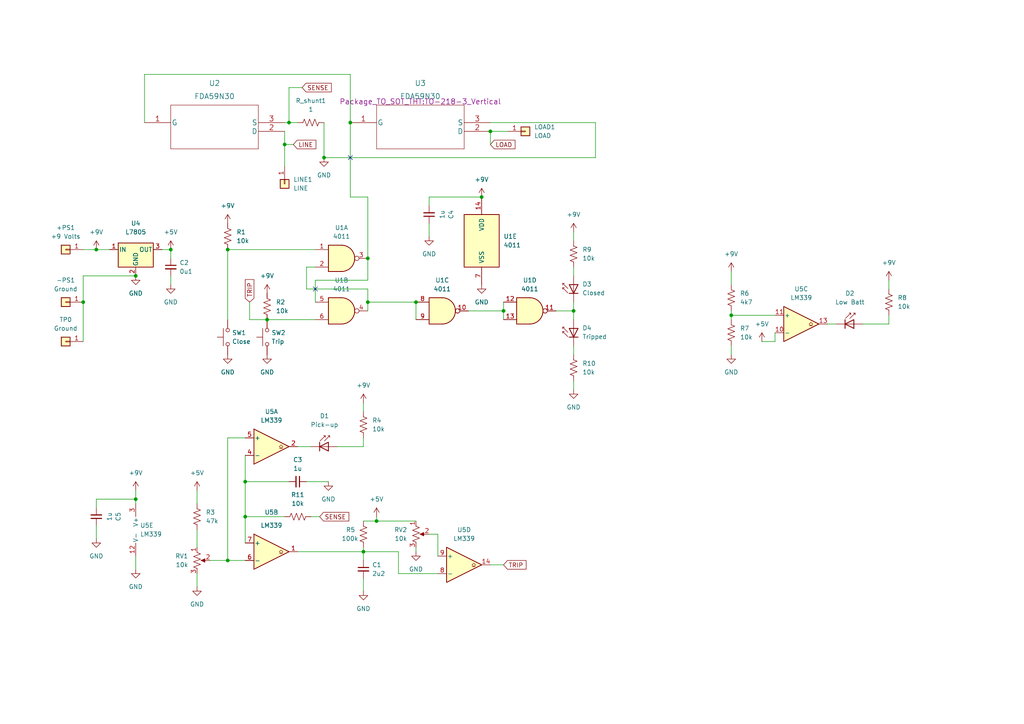
<source format=kicad_sch>
(kicad_sch (version 20230121) (generator eeschema)

  (uuid 6573ffd2-cf0f-4c84-8f11-d7474067b083)

  (paper "A4")

  (title_block
    (title "Solid-state circuit breaker with definite-time overcurrent trip")
    (date "2022-10-14")
    (rev "0")
  )

  (lib_symbols
    (symbol "4xxx:4011" (pin_names (offset 1.016)) (in_bom yes) (on_board yes)
      (property "Reference" "U" (at 0 1.27 0)
        (effects (font (size 1.27 1.27)))
      )
      (property "Value" "4011" (at 0 -1.27 0)
        (effects (font (size 1.27 1.27)))
      )
      (property "Footprint" "" (at 0 0 0)
        (effects (font (size 1.27 1.27)) hide)
      )
      (property "Datasheet" "http://www.intersil.com/content/dam/Intersil/documents/cd40/cd4011bms-12bms-23bms.pdf" (at 0 0 0)
        (effects (font (size 1.27 1.27)) hide)
      )
      (property "ki_locked" "" (at 0 0 0)
        (effects (font (size 1.27 1.27)))
      )
      (property "ki_keywords" "CMOS Nand2" (at 0 0 0)
        (effects (font (size 1.27 1.27)) hide)
      )
      (property "ki_description" "Quad Nand 2 inputs" (at 0 0 0)
        (effects (font (size 1.27 1.27)) hide)
      )
      (property "ki_fp_filters" "DIP?14*" (at 0 0 0)
        (effects (font (size 1.27 1.27)) hide)
      )
      (symbol "4011_1_1"
        (arc (start 0 -3.81) (mid 3.7934 0) (end 0 3.81)
          (stroke (width 0.254) (type default))
          (fill (type background))
        )
        (polyline
          (pts
            (xy 0 3.81)
            (xy -3.81 3.81)
            (xy -3.81 -3.81)
            (xy 0 -3.81)
          )
          (stroke (width 0.254) (type default))
          (fill (type background))
        )
        (pin input line (at -7.62 2.54 0) (length 3.81)
          (name "~" (effects (font (size 1.27 1.27))))
          (number "1" (effects (font (size 1.27 1.27))))
        )
        (pin input line (at -7.62 -2.54 0) (length 3.81)
          (name "~" (effects (font (size 1.27 1.27))))
          (number "2" (effects (font (size 1.27 1.27))))
        )
        (pin output inverted (at 7.62 0 180) (length 3.81)
          (name "~" (effects (font (size 1.27 1.27))))
          (number "3" (effects (font (size 1.27 1.27))))
        )
      )
      (symbol "4011_1_2"
        (arc (start -3.81 -3.81) (mid -2.589 0) (end -3.81 3.81)
          (stroke (width 0.254) (type default))
          (fill (type none))
        )
        (arc (start -0.6096 -3.81) (mid 2.1842 -2.5851) (end 3.81 0)
          (stroke (width 0.254) (type default))
          (fill (type background))
        )
        (polyline
          (pts
            (xy -3.81 -3.81)
            (xy -0.635 -3.81)
          )
          (stroke (width 0.254) (type default))
          (fill (type background))
        )
        (polyline
          (pts
            (xy -3.81 3.81)
            (xy -0.635 3.81)
          )
          (stroke (width 0.254) (type default))
          (fill (type background))
        )
        (polyline
          (pts
            (xy -0.635 3.81)
            (xy -3.81 3.81)
            (xy -3.81 3.81)
            (xy -3.556 3.4036)
            (xy -3.0226 2.2606)
            (xy -2.6924 1.0414)
            (xy -2.6162 -0.254)
            (xy -2.7686 -1.4986)
            (xy -3.175 -2.7178)
            (xy -3.81 -3.81)
            (xy -3.81 -3.81)
            (xy -0.635 -3.81)
          )
          (stroke (width -25.4) (type default))
          (fill (type background))
        )
        (arc (start 3.81 0) (mid 2.1915 2.5936) (end -0.6096 3.81)
          (stroke (width 0.254) (type default))
          (fill (type background))
        )
        (pin input inverted (at -7.62 2.54 0) (length 4.318)
          (name "~" (effects (font (size 1.27 1.27))))
          (number "1" (effects (font (size 1.27 1.27))))
        )
        (pin input inverted (at -7.62 -2.54 0) (length 4.318)
          (name "~" (effects (font (size 1.27 1.27))))
          (number "2" (effects (font (size 1.27 1.27))))
        )
        (pin output line (at 7.62 0 180) (length 3.81)
          (name "~" (effects (font (size 1.27 1.27))))
          (number "3" (effects (font (size 1.27 1.27))))
        )
      )
      (symbol "4011_2_1"
        (arc (start 0 -3.81) (mid 3.7934 0) (end 0 3.81)
          (stroke (width 0.254) (type default))
          (fill (type background))
        )
        (polyline
          (pts
            (xy 0 3.81)
            (xy -3.81 3.81)
            (xy -3.81 -3.81)
            (xy 0 -3.81)
          )
          (stroke (width 0.254) (type default))
          (fill (type background))
        )
        (pin output inverted (at 7.62 0 180) (length 3.81)
          (name "~" (effects (font (size 1.27 1.27))))
          (number "4" (effects (font (size 1.27 1.27))))
        )
        (pin input line (at -7.62 2.54 0) (length 3.81)
          (name "~" (effects (font (size 1.27 1.27))))
          (number "5" (effects (font (size 1.27 1.27))))
        )
        (pin input line (at -7.62 -2.54 0) (length 3.81)
          (name "~" (effects (font (size 1.27 1.27))))
          (number "6" (effects (font (size 1.27 1.27))))
        )
      )
      (symbol "4011_2_2"
        (arc (start -3.81 -3.81) (mid -2.589 0) (end -3.81 3.81)
          (stroke (width 0.254) (type default))
          (fill (type none))
        )
        (arc (start -0.6096 -3.81) (mid 2.1842 -2.5851) (end 3.81 0)
          (stroke (width 0.254) (type default))
          (fill (type background))
        )
        (polyline
          (pts
            (xy -3.81 -3.81)
            (xy -0.635 -3.81)
          )
          (stroke (width 0.254) (type default))
          (fill (type background))
        )
        (polyline
          (pts
            (xy -3.81 3.81)
            (xy -0.635 3.81)
          )
          (stroke (width 0.254) (type default))
          (fill (type background))
        )
        (polyline
          (pts
            (xy -0.635 3.81)
            (xy -3.81 3.81)
            (xy -3.81 3.81)
            (xy -3.556 3.4036)
            (xy -3.0226 2.2606)
            (xy -2.6924 1.0414)
            (xy -2.6162 -0.254)
            (xy -2.7686 -1.4986)
            (xy -3.175 -2.7178)
            (xy -3.81 -3.81)
            (xy -3.81 -3.81)
            (xy -0.635 -3.81)
          )
          (stroke (width -25.4) (type default))
          (fill (type background))
        )
        (arc (start 3.81 0) (mid 2.1915 2.5936) (end -0.6096 3.81)
          (stroke (width 0.254) (type default))
          (fill (type background))
        )
        (pin output line (at 7.62 0 180) (length 3.81)
          (name "~" (effects (font (size 1.27 1.27))))
          (number "4" (effects (font (size 1.27 1.27))))
        )
        (pin input inverted (at -7.62 2.54 0) (length 4.318)
          (name "~" (effects (font (size 1.27 1.27))))
          (number "5" (effects (font (size 1.27 1.27))))
        )
        (pin input inverted (at -7.62 -2.54 0) (length 4.318)
          (name "~" (effects (font (size 1.27 1.27))))
          (number "6" (effects (font (size 1.27 1.27))))
        )
      )
      (symbol "4011_3_1"
        (arc (start 0 -3.81) (mid 3.7934 0) (end 0 3.81)
          (stroke (width 0.254) (type default))
          (fill (type background))
        )
        (polyline
          (pts
            (xy 0 3.81)
            (xy -3.81 3.81)
            (xy -3.81 -3.81)
            (xy 0 -3.81)
          )
          (stroke (width 0.254) (type default))
          (fill (type background))
        )
        (pin output inverted (at 7.62 0 180) (length 3.81)
          (name "~" (effects (font (size 1.27 1.27))))
          (number "10" (effects (font (size 1.27 1.27))))
        )
        (pin input line (at -7.62 2.54 0) (length 3.81)
          (name "~" (effects (font (size 1.27 1.27))))
          (number "8" (effects (font (size 1.27 1.27))))
        )
        (pin input line (at -7.62 -2.54 0) (length 3.81)
          (name "~" (effects (font (size 1.27 1.27))))
          (number "9" (effects (font (size 1.27 1.27))))
        )
      )
      (symbol "4011_3_2"
        (arc (start -3.81 -3.81) (mid -2.589 0) (end -3.81 3.81)
          (stroke (width 0.254) (type default))
          (fill (type none))
        )
        (arc (start -0.6096 -3.81) (mid 2.1842 -2.5851) (end 3.81 0)
          (stroke (width 0.254) (type default))
          (fill (type background))
        )
        (polyline
          (pts
            (xy -3.81 -3.81)
            (xy -0.635 -3.81)
          )
          (stroke (width 0.254) (type default))
          (fill (type background))
        )
        (polyline
          (pts
            (xy -3.81 3.81)
            (xy -0.635 3.81)
          )
          (stroke (width 0.254) (type default))
          (fill (type background))
        )
        (polyline
          (pts
            (xy -0.635 3.81)
            (xy -3.81 3.81)
            (xy -3.81 3.81)
            (xy -3.556 3.4036)
            (xy -3.0226 2.2606)
            (xy -2.6924 1.0414)
            (xy -2.6162 -0.254)
            (xy -2.7686 -1.4986)
            (xy -3.175 -2.7178)
            (xy -3.81 -3.81)
            (xy -3.81 -3.81)
            (xy -0.635 -3.81)
          )
          (stroke (width -25.4) (type default))
          (fill (type background))
        )
        (arc (start 3.81 0) (mid 2.1915 2.5936) (end -0.6096 3.81)
          (stroke (width 0.254) (type default))
          (fill (type background))
        )
        (pin output line (at 7.62 0 180) (length 3.81)
          (name "~" (effects (font (size 1.27 1.27))))
          (number "10" (effects (font (size 1.27 1.27))))
        )
        (pin input inverted (at -7.62 2.54 0) (length 4.318)
          (name "~" (effects (font (size 1.27 1.27))))
          (number "8" (effects (font (size 1.27 1.27))))
        )
        (pin input inverted (at -7.62 -2.54 0) (length 4.318)
          (name "~" (effects (font (size 1.27 1.27))))
          (number "9" (effects (font (size 1.27 1.27))))
        )
      )
      (symbol "4011_4_1"
        (arc (start 0 -3.81) (mid 3.7934 0) (end 0 3.81)
          (stroke (width 0.254) (type default))
          (fill (type background))
        )
        (polyline
          (pts
            (xy 0 3.81)
            (xy -3.81 3.81)
            (xy -3.81 -3.81)
            (xy 0 -3.81)
          )
          (stroke (width 0.254) (type default))
          (fill (type background))
        )
        (pin output inverted (at 7.62 0 180) (length 3.81)
          (name "~" (effects (font (size 1.27 1.27))))
          (number "11" (effects (font (size 1.27 1.27))))
        )
        (pin input line (at -7.62 2.54 0) (length 3.81)
          (name "~" (effects (font (size 1.27 1.27))))
          (number "12" (effects (font (size 1.27 1.27))))
        )
        (pin input line (at -7.62 -2.54 0) (length 3.81)
          (name "~" (effects (font (size 1.27 1.27))))
          (number "13" (effects (font (size 1.27 1.27))))
        )
      )
      (symbol "4011_4_2"
        (arc (start -3.81 -3.81) (mid -2.589 0) (end -3.81 3.81)
          (stroke (width 0.254) (type default))
          (fill (type none))
        )
        (arc (start -0.6096 -3.81) (mid 2.1842 -2.5851) (end 3.81 0)
          (stroke (width 0.254) (type default))
          (fill (type background))
        )
        (polyline
          (pts
            (xy -3.81 -3.81)
            (xy -0.635 -3.81)
          )
          (stroke (width 0.254) (type default))
          (fill (type background))
        )
        (polyline
          (pts
            (xy -3.81 3.81)
            (xy -0.635 3.81)
          )
          (stroke (width 0.254) (type default))
          (fill (type background))
        )
        (polyline
          (pts
            (xy -0.635 3.81)
            (xy -3.81 3.81)
            (xy -3.81 3.81)
            (xy -3.556 3.4036)
            (xy -3.0226 2.2606)
            (xy -2.6924 1.0414)
            (xy -2.6162 -0.254)
            (xy -2.7686 -1.4986)
            (xy -3.175 -2.7178)
            (xy -3.81 -3.81)
            (xy -3.81 -3.81)
            (xy -0.635 -3.81)
          )
          (stroke (width -25.4) (type default))
          (fill (type background))
        )
        (arc (start 3.81 0) (mid 2.1915 2.5936) (end -0.6096 3.81)
          (stroke (width 0.254) (type default))
          (fill (type background))
        )
        (pin output line (at 7.62 0 180) (length 3.81)
          (name "~" (effects (font (size 1.27 1.27))))
          (number "11" (effects (font (size 1.27 1.27))))
        )
        (pin input inverted (at -7.62 2.54 0) (length 4.318)
          (name "~" (effects (font (size 1.27 1.27))))
          (number "12" (effects (font (size 1.27 1.27))))
        )
        (pin input inverted (at -7.62 -2.54 0) (length 4.318)
          (name "~" (effects (font (size 1.27 1.27))))
          (number "13" (effects (font (size 1.27 1.27))))
        )
      )
      (symbol "4011_5_0"
        (pin power_in line (at 0 12.7 270) (length 5.08)
          (name "VDD" (effects (font (size 1.27 1.27))))
          (number "14" (effects (font (size 1.27 1.27))))
        )
        (pin power_in line (at 0 -12.7 90) (length 5.08)
          (name "VSS" (effects (font (size 1.27 1.27))))
          (number "7" (effects (font (size 1.27 1.27))))
        )
      )
      (symbol "4011_5_1"
        (rectangle (start -5.08 7.62) (end 5.08 -7.62)
          (stroke (width 0.254) (type default))
          (fill (type background))
        )
      )
    )
    (symbol "Comparator:LM339" (pin_names (offset 0.127)) (in_bom yes) (on_board yes)
      (property "Reference" "U" (at 0 5.08 0)
        (effects (font (size 1.27 1.27)) (justify left))
      )
      (property "Value" "LM339" (at 0 -5.08 0)
        (effects (font (size 1.27 1.27)) (justify left))
      )
      (property "Footprint" "" (at -1.27 2.54 0)
        (effects (font (size 1.27 1.27)) hide)
      )
      (property "Datasheet" "https://www.st.com/resource/en/datasheet/lm139.pdf" (at 1.27 5.08 0)
        (effects (font (size 1.27 1.27)) hide)
      )
      (property "ki_locked" "" (at 0 0 0)
        (effects (font (size 1.27 1.27)))
      )
      (property "ki_keywords" "cmp open collector" (at 0 0 0)
        (effects (font (size 1.27 1.27)) hide)
      )
      (property "ki_description" "Quad Differential Comparators, SOIC-14/TSSOP-14" (at 0 0 0)
        (effects (font (size 1.27 1.27)) hide)
      )
      (property "ki_fp_filters" "SOIC*3.9x8.7mm*P1.27mm* TSSOP*4.4x5mm*P0.65mm*" (at 0 0 0)
        (effects (font (size 1.27 1.27)) hide)
      )
      (symbol "LM339_1_1"
        (polyline
          (pts
            (xy -5.08 5.08)
            (xy 5.08 0)
            (xy -5.08 -5.08)
            (xy -5.08 5.08)
          )
          (stroke (width 0.254) (type default))
          (fill (type background))
        )
        (polyline
          (pts
            (xy 3.302 -0.508)
            (xy 2.794 -0.508)
            (xy 3.302 0)
            (xy 2.794 0.508)
            (xy 2.286 0)
            (xy 2.794 -0.508)
            (xy 2.286 -0.508)
          )
          (stroke (width 0.127) (type default))
          (fill (type none))
        )
        (pin open_collector line (at 7.62 0 180) (length 2.54)
          (name "~" (effects (font (size 1.27 1.27))))
          (number "2" (effects (font (size 1.27 1.27))))
        )
        (pin input line (at -7.62 -2.54 0) (length 2.54)
          (name "-" (effects (font (size 1.27 1.27))))
          (number "4" (effects (font (size 1.27 1.27))))
        )
        (pin input line (at -7.62 2.54 0) (length 2.54)
          (name "+" (effects (font (size 1.27 1.27))))
          (number "5" (effects (font (size 1.27 1.27))))
        )
      )
      (symbol "LM339_2_1"
        (polyline
          (pts
            (xy -5.08 5.08)
            (xy 5.08 0)
            (xy -5.08 -5.08)
            (xy -5.08 5.08)
          )
          (stroke (width 0.254) (type default))
          (fill (type background))
        )
        (polyline
          (pts
            (xy 3.302 -0.508)
            (xy 2.794 -0.508)
            (xy 3.302 0)
            (xy 2.794 0.508)
            (xy 2.286 0)
            (xy 2.794 -0.508)
            (xy 2.286 -0.508)
          )
          (stroke (width 0.127) (type default))
          (fill (type none))
        )
        (pin open_collector line (at 7.62 0 180) (length 2.54)
          (name "~" (effects (font (size 1.27 1.27))))
          (number "1" (effects (font (size 1.27 1.27))))
        )
        (pin input line (at -7.62 -2.54 0) (length 2.54)
          (name "-" (effects (font (size 1.27 1.27))))
          (number "6" (effects (font (size 1.27 1.27))))
        )
        (pin input line (at -7.62 2.54 0) (length 2.54)
          (name "+" (effects (font (size 1.27 1.27))))
          (number "7" (effects (font (size 1.27 1.27))))
        )
      )
      (symbol "LM339_3_1"
        (polyline
          (pts
            (xy -5.08 5.08)
            (xy 5.08 0)
            (xy -5.08 -5.08)
            (xy -5.08 5.08)
          )
          (stroke (width 0.254) (type default))
          (fill (type background))
        )
        (polyline
          (pts
            (xy 3.302 -0.508)
            (xy 2.794 -0.508)
            (xy 3.302 0)
            (xy 2.794 0.508)
            (xy 2.286 0)
            (xy 2.794 -0.508)
            (xy 2.286 -0.508)
          )
          (stroke (width 0.127) (type default))
          (fill (type none))
        )
        (pin input line (at -7.62 -2.54 0) (length 2.54)
          (name "-" (effects (font (size 1.27 1.27))))
          (number "10" (effects (font (size 1.27 1.27))))
        )
        (pin input line (at -7.62 2.54 0) (length 2.54)
          (name "+" (effects (font (size 1.27 1.27))))
          (number "11" (effects (font (size 1.27 1.27))))
        )
        (pin open_collector line (at 7.62 0 180) (length 2.54)
          (name "~" (effects (font (size 1.27 1.27))))
          (number "13" (effects (font (size 1.27 1.27))))
        )
      )
      (symbol "LM339_4_1"
        (polyline
          (pts
            (xy -5.08 5.08)
            (xy 5.08 0)
            (xy -5.08 -5.08)
            (xy -5.08 5.08)
          )
          (stroke (width 0.254) (type default))
          (fill (type background))
        )
        (polyline
          (pts
            (xy 3.302 -0.508)
            (xy 2.794 -0.508)
            (xy 3.302 0)
            (xy 2.794 0.508)
            (xy 2.286 0)
            (xy 2.794 -0.508)
            (xy 2.286 -0.508)
          )
          (stroke (width 0.127) (type default))
          (fill (type none))
        )
        (pin open_collector line (at 7.62 0 180) (length 2.54)
          (name "~" (effects (font (size 1.27 1.27))))
          (number "14" (effects (font (size 1.27 1.27))))
        )
        (pin input line (at -7.62 -2.54 0) (length 2.54)
          (name "-" (effects (font (size 1.27 1.27))))
          (number "8" (effects (font (size 1.27 1.27))))
        )
        (pin input line (at -7.62 2.54 0) (length 2.54)
          (name "+" (effects (font (size 1.27 1.27))))
          (number "9" (effects (font (size 1.27 1.27))))
        )
      )
      (symbol "LM339_5_1"
        (pin power_in line (at -2.54 -7.62 90) (length 3.81)
          (name "V-" (effects (font (size 1.27 1.27))))
          (number "12" (effects (font (size 1.27 1.27))))
        )
        (pin power_in line (at -2.54 7.62 270) (length 3.81)
          (name "V+" (effects (font (size 1.27 1.27))))
          (number "3" (effects (font (size 1.27 1.27))))
        )
      )
    )
    (symbol "Connector_Generic:Conn_01x01" (pin_names (offset 1.016) hide) (in_bom yes) (on_board yes)
      (property "Reference" "J" (at 0 2.54 0)
        (effects (font (size 1.27 1.27)))
      )
      (property "Value" "Conn_01x01" (at 0 -2.54 0)
        (effects (font (size 1.27 1.27)))
      )
      (property "Footprint" "" (at 0 0 0)
        (effects (font (size 1.27 1.27)) hide)
      )
      (property "Datasheet" "~" (at 0 0 0)
        (effects (font (size 1.27 1.27)) hide)
      )
      (property "ki_keywords" "connector" (at 0 0 0)
        (effects (font (size 1.27 1.27)) hide)
      )
      (property "ki_description" "Generic connector, single row, 01x01, script generated (kicad-library-utils/schlib/autogen/connector/)" (at 0 0 0)
        (effects (font (size 1.27 1.27)) hide)
      )
      (property "ki_fp_filters" "Connector*:*_1x??_*" (at 0 0 0)
        (effects (font (size 1.27 1.27)) hide)
      )
      (symbol "Conn_01x01_1_1"
        (rectangle (start -1.27 0.127) (end 0 -0.127)
          (stroke (width 0.1524) (type default))
          (fill (type none))
        )
        (rectangle (start -1.27 1.27) (end 1.27 -1.27)
          (stroke (width 0.254) (type default))
          (fill (type background))
        )
        (pin passive line (at -5.08 0 0) (length 3.81)
          (name "Pin_1" (effects (font (size 1.27 1.27))))
          (number "1" (effects (font (size 1.27 1.27))))
        )
      )
    )
    (symbol "Device:C_Small" (pin_numbers hide) (pin_names (offset 0.254) hide) (in_bom yes) (on_board yes)
      (property "Reference" "C" (at 0.254 1.778 0)
        (effects (font (size 1.27 1.27)) (justify left))
      )
      (property "Value" "C_Small" (at 0.254 -2.032 0)
        (effects (font (size 1.27 1.27)) (justify left))
      )
      (property "Footprint" "" (at 0 0 0)
        (effects (font (size 1.27 1.27)) hide)
      )
      (property "Datasheet" "~" (at 0 0 0)
        (effects (font (size 1.27 1.27)) hide)
      )
      (property "ki_keywords" "capacitor cap" (at 0 0 0)
        (effects (font (size 1.27 1.27)) hide)
      )
      (property "ki_description" "Unpolarized capacitor, small symbol" (at 0 0 0)
        (effects (font (size 1.27 1.27)) hide)
      )
      (property "ki_fp_filters" "C_*" (at 0 0 0)
        (effects (font (size 1.27 1.27)) hide)
      )
      (symbol "C_Small_0_1"
        (polyline
          (pts
            (xy -1.524 -0.508)
            (xy 1.524 -0.508)
          )
          (stroke (width 0.3302) (type default))
          (fill (type none))
        )
        (polyline
          (pts
            (xy -1.524 0.508)
            (xy 1.524 0.508)
          )
          (stroke (width 0.3048) (type default))
          (fill (type none))
        )
      )
      (symbol "C_Small_1_1"
        (pin passive line (at 0 2.54 270) (length 2.032)
          (name "~" (effects (font (size 1.27 1.27))))
          (number "1" (effects (font (size 1.27 1.27))))
        )
        (pin passive line (at 0 -2.54 90) (length 2.032)
          (name "~" (effects (font (size 1.27 1.27))))
          (number "2" (effects (font (size 1.27 1.27))))
        )
      )
    )
    (symbol "Device:R_Potentiometer_US" (pin_names (offset 1.016) hide) (in_bom yes) (on_board yes)
      (property "Reference" "RV" (at -4.445 0 90)
        (effects (font (size 1.27 1.27)))
      )
      (property "Value" "R_Potentiometer_US" (at -2.54 0 90)
        (effects (font (size 1.27 1.27)))
      )
      (property "Footprint" "" (at 0 0 0)
        (effects (font (size 1.27 1.27)) hide)
      )
      (property "Datasheet" "~" (at 0 0 0)
        (effects (font (size 1.27 1.27)) hide)
      )
      (property "ki_keywords" "resistor variable" (at 0 0 0)
        (effects (font (size 1.27 1.27)) hide)
      )
      (property "ki_description" "Potentiometer, US symbol" (at 0 0 0)
        (effects (font (size 1.27 1.27)) hide)
      )
      (property "ki_fp_filters" "Potentiometer*" (at 0 0 0)
        (effects (font (size 1.27 1.27)) hide)
      )
      (symbol "R_Potentiometer_US_0_1"
        (polyline
          (pts
            (xy 0 -2.286)
            (xy 0 -2.54)
          )
          (stroke (width 0) (type default))
          (fill (type none))
        )
        (polyline
          (pts
            (xy 0 2.54)
            (xy 0 2.286)
          )
          (stroke (width 0) (type default))
          (fill (type none))
        )
        (polyline
          (pts
            (xy 2.54 0)
            (xy 1.524 0)
          )
          (stroke (width 0) (type default))
          (fill (type none))
        )
        (polyline
          (pts
            (xy 1.143 0)
            (xy 2.286 0.508)
            (xy 2.286 -0.508)
            (xy 1.143 0)
          )
          (stroke (width 0) (type default))
          (fill (type outline))
        )
        (polyline
          (pts
            (xy 0 -0.762)
            (xy 1.016 -1.143)
            (xy 0 -1.524)
            (xy -1.016 -1.905)
            (xy 0 -2.286)
          )
          (stroke (width 0) (type default))
          (fill (type none))
        )
        (polyline
          (pts
            (xy 0 0.762)
            (xy 1.016 0.381)
            (xy 0 0)
            (xy -1.016 -0.381)
            (xy 0 -0.762)
          )
          (stroke (width 0) (type default))
          (fill (type none))
        )
        (polyline
          (pts
            (xy 0 2.286)
            (xy 1.016 1.905)
            (xy 0 1.524)
            (xy -1.016 1.143)
            (xy 0 0.762)
          )
          (stroke (width 0) (type default))
          (fill (type none))
        )
      )
      (symbol "R_Potentiometer_US_1_1"
        (pin passive line (at 0 3.81 270) (length 1.27)
          (name "1" (effects (font (size 1.27 1.27))))
          (number "1" (effects (font (size 1.27 1.27))))
        )
        (pin passive line (at 3.81 0 180) (length 1.27)
          (name "2" (effects (font (size 1.27 1.27))))
          (number "2" (effects (font (size 1.27 1.27))))
        )
        (pin passive line (at 0 -3.81 90) (length 1.27)
          (name "3" (effects (font (size 1.27 1.27))))
          (number "3" (effects (font (size 1.27 1.27))))
        )
      )
    )
    (symbol "Device:R_US" (pin_numbers hide) (pin_names (offset 0)) (in_bom yes) (on_board yes)
      (property "Reference" "R" (at 2.54 0 90)
        (effects (font (size 1.27 1.27)))
      )
      (property "Value" "R_US" (at -2.54 0 90)
        (effects (font (size 1.27 1.27)))
      )
      (property "Footprint" "" (at 1.016 -0.254 90)
        (effects (font (size 1.27 1.27)) hide)
      )
      (property "Datasheet" "~" (at 0 0 0)
        (effects (font (size 1.27 1.27)) hide)
      )
      (property "ki_keywords" "R res resistor" (at 0 0 0)
        (effects (font (size 1.27 1.27)) hide)
      )
      (property "ki_description" "Resistor, US symbol" (at 0 0 0)
        (effects (font (size 1.27 1.27)) hide)
      )
      (property "ki_fp_filters" "R_*" (at 0 0 0)
        (effects (font (size 1.27 1.27)) hide)
      )
      (symbol "R_US_0_1"
        (polyline
          (pts
            (xy 0 -2.286)
            (xy 0 -2.54)
          )
          (stroke (width 0) (type default))
          (fill (type none))
        )
        (polyline
          (pts
            (xy 0 2.286)
            (xy 0 2.54)
          )
          (stroke (width 0) (type default))
          (fill (type none))
        )
        (polyline
          (pts
            (xy 0 -0.762)
            (xy 1.016 -1.143)
            (xy 0 -1.524)
            (xy -1.016 -1.905)
            (xy 0 -2.286)
          )
          (stroke (width 0) (type default))
          (fill (type none))
        )
        (polyline
          (pts
            (xy 0 0.762)
            (xy 1.016 0.381)
            (xy 0 0)
            (xy -1.016 -0.381)
            (xy 0 -0.762)
          )
          (stroke (width 0) (type default))
          (fill (type none))
        )
        (polyline
          (pts
            (xy 0 2.286)
            (xy 1.016 1.905)
            (xy 0 1.524)
            (xy -1.016 1.143)
            (xy 0 0.762)
          )
          (stroke (width 0) (type default))
          (fill (type none))
        )
      )
      (symbol "R_US_1_1"
        (pin passive line (at 0 3.81 270) (length 1.27)
          (name "~" (effects (font (size 1.27 1.27))))
          (number "1" (effects (font (size 1.27 1.27))))
        )
        (pin passive line (at 0 -3.81 90) (length 1.27)
          (name "~" (effects (font (size 1.27 1.27))))
          (number "2" (effects (font (size 1.27 1.27))))
        )
      )
    )
    (symbol "LED:CQY99" (pin_numbers hide) (pin_names (offset 1.016) hide) (in_bom yes) (on_board yes)
      (property "Reference" "D" (at 0.508 1.778 0)
        (effects (font (size 1.27 1.27)) (justify left))
      )
      (property "Value" "CQY99" (at -1.016 -2.794 0)
        (effects (font (size 1.27 1.27)))
      )
      (property "Footprint" "LED_THT:LED_D5.0mm_IRGrey" (at 0 4.445 0)
        (effects (font (size 1.27 1.27)) hide)
      )
      (property "Datasheet" "https://www.prtice.info/IMG/pdf/CQY99.pdf" (at -1.27 0 0)
        (effects (font (size 1.27 1.27)) hide)
      )
      (property "ki_keywords" "IR LED" (at 0 0 0)
        (effects (font (size 1.27 1.27)) hide)
      )
      (property "ki_description" "950nm IR-LED, 5mm" (at 0 0 0)
        (effects (font (size 1.27 1.27)) hide)
      )
      (property "ki_fp_filters" "LED*5.0mm*IRGrey*" (at 0 0 0)
        (effects (font (size 1.27 1.27)) hide)
      )
      (symbol "CQY99_0_1"
        (polyline
          (pts
            (xy -2.54 1.27)
            (xy -2.54 -1.27)
          )
          (stroke (width 0.254) (type default))
          (fill (type none))
        )
        (polyline
          (pts
            (xy 0 0)
            (xy -2.54 0)
          )
          (stroke (width 0) (type default))
          (fill (type none))
        )
        (polyline
          (pts
            (xy 0.381 3.175)
            (xy -0.127 3.175)
          )
          (stroke (width 0) (type default))
          (fill (type none))
        )
        (polyline
          (pts
            (xy -1.143 1.651)
            (xy 0.381 3.175)
            (xy 0.381 2.667)
          )
          (stroke (width 0) (type default))
          (fill (type none))
        )
        (polyline
          (pts
            (xy 0 -1.27)
            (xy -2.54 0)
            (xy 0 1.27)
            (xy 0 -1.27)
          )
          (stroke (width 0.254) (type default))
          (fill (type none))
        )
        (polyline
          (pts
            (xy -2.413 1.651)
            (xy -0.889 3.175)
            (xy -0.889 2.667)
            (xy -0.889 3.175)
            (xy -1.397 3.175)
          )
          (stroke (width 0) (type default))
          (fill (type none))
        )
      )
      (symbol "CQY99_1_1"
        (pin passive line (at -5.08 0 0) (length 2.54)
          (name "K" (effects (font (size 1.27 1.27))))
          (number "1" (effects (font (size 1.27 1.27))))
        )
        (pin passive line (at 2.54 0 180) (length 2.54)
          (name "A" (effects (font (size 1.27 1.27))))
          (number "2" (effects (font (size 1.27 1.27))))
        )
      )
    )
    (symbol "Power_MOSFET_FDA59N30:FDA59N30" (pin_names (offset 0.254)) (in_bom yes) (on_board yes)
      (property "Reference" "U" (at 20.32 10.16 0)
        (effects (font (size 1.524 1.524)))
      )
      (property "Value" "FDA59N30" (at 20.32 7.62 0)
        (effects (font (size 1.524 1.524)))
      )
      (property "Footprint" "TO-3PN_20P10X16P20_ONS" (at 20.32 6.096 0)
        (effects (font (size 1.524 1.524)) hide)
      )
      (property "Datasheet" "" (at 0 0 0)
        (effects (font (size 1.524 1.524)))
      )
      (property "ki_locked" "" (at 0 0 0)
        (effects (font (size 1.27 1.27)))
      )
      (property "ki_fp_filters" "TO-3PN_20P10X16P20_ONS" (at 0 0 0)
        (effects (font (size 1.27 1.27)) hide)
      )
      (symbol "FDA59N30_1_1"
        (polyline
          (pts
            (xy 7.62 -7.62)
            (xy 33.02 -7.62)
          )
          (stroke (width 0.127) (type default))
          (fill (type none))
        )
        (polyline
          (pts
            (xy 7.62 5.08)
            (xy 7.62 -7.62)
          )
          (stroke (width 0.127) (type default))
          (fill (type none))
        )
        (polyline
          (pts
            (xy 33.02 -7.62)
            (xy 33.02 5.08)
          )
          (stroke (width 0.127) (type default))
          (fill (type none))
        )
        (polyline
          (pts
            (xy 33.02 5.08)
            (xy 7.62 5.08)
          )
          (stroke (width 0.127) (type default))
          (fill (type none))
        )
        (pin unspecified line (at 0 0 0) (length 7.62)
          (name "G" (effects (font (size 1.4986 1.4986))))
          (number "1" (effects (font (size 1.4986 1.4986))))
        )
        (pin unspecified line (at 40.64 -2.54 180) (length 7.62)
          (name "D" (effects (font (size 1.4986 1.4986))))
          (number "2" (effects (font (size 1.4986 1.4986))))
        )
        (pin unspecified line (at 40.64 0 180) (length 7.62)
          (name "S" (effects (font (size 1.4986 1.4986))))
          (number "3" (effects (font (size 1.4986 1.4986))))
        )
      )
    )
    (symbol "Regulator_Linear:L7805" (pin_names (offset 0.254)) (in_bom yes) (on_board yes)
      (property "Reference" "U" (at -3.81 3.175 0)
        (effects (font (size 1.27 1.27)))
      )
      (property "Value" "L7805" (at 0 3.175 0)
        (effects (font (size 1.27 1.27)) (justify left))
      )
      (property "Footprint" "" (at 0.635 -3.81 0)
        (effects (font (size 1.27 1.27) italic) (justify left) hide)
      )
      (property "Datasheet" "http://www.st.com/content/ccc/resource/technical/document/datasheet/41/4f/b3/b0/12/d4/47/88/CD00000444.pdf/files/CD00000444.pdf/jcr:content/translations/en.CD00000444.pdf" (at 0 -1.27 0)
        (effects (font (size 1.27 1.27)) hide)
      )
      (property "ki_keywords" "Voltage Regulator 1.5A Positive" (at 0 0 0)
        (effects (font (size 1.27 1.27)) hide)
      )
      (property "ki_description" "Positive 1.5A 35V Linear Regulator, Fixed Output 5V, TO-220/TO-263/TO-252" (at 0 0 0)
        (effects (font (size 1.27 1.27)) hide)
      )
      (property "ki_fp_filters" "TO?252* TO?263* TO?220*" (at 0 0 0)
        (effects (font (size 1.27 1.27)) hide)
      )
      (symbol "L7805_0_1"
        (rectangle (start -5.08 1.905) (end 5.08 -5.08)
          (stroke (width 0.254) (type default))
          (fill (type background))
        )
      )
      (symbol "L7805_1_1"
        (pin power_in line (at -7.62 0 0) (length 2.54)
          (name "IN" (effects (font (size 1.27 1.27))))
          (number "1" (effects (font (size 1.27 1.27))))
        )
        (pin power_in line (at 0 -7.62 90) (length 2.54)
          (name "GND" (effects (font (size 1.27 1.27))))
          (number "2" (effects (font (size 1.27 1.27))))
        )
        (pin power_out line (at 7.62 0 180) (length 2.54)
          (name "OUT" (effects (font (size 1.27 1.27))))
          (number "3" (effects (font (size 1.27 1.27))))
        )
      )
    )
    (symbol "Switch:SW_Push" (pin_numbers hide) (pin_names (offset 1.016) hide) (in_bom yes) (on_board yes)
      (property "Reference" "SW" (at 1.27 2.54 0)
        (effects (font (size 1.27 1.27)) (justify left))
      )
      (property "Value" "SW_Push" (at 0 -1.524 0)
        (effects (font (size 1.27 1.27)))
      )
      (property "Footprint" "" (at 0 5.08 0)
        (effects (font (size 1.27 1.27)) hide)
      )
      (property "Datasheet" "~" (at 0 5.08 0)
        (effects (font (size 1.27 1.27)) hide)
      )
      (property "ki_keywords" "switch normally-open pushbutton push-button" (at 0 0 0)
        (effects (font (size 1.27 1.27)) hide)
      )
      (property "ki_description" "Push button switch, generic, two pins" (at 0 0 0)
        (effects (font (size 1.27 1.27)) hide)
      )
      (symbol "SW_Push_0_1"
        (circle (center -2.032 0) (radius 0.508)
          (stroke (width 0) (type default))
          (fill (type none))
        )
        (polyline
          (pts
            (xy 0 1.27)
            (xy 0 3.048)
          )
          (stroke (width 0) (type default))
          (fill (type none))
        )
        (polyline
          (pts
            (xy 2.54 1.27)
            (xy -2.54 1.27)
          )
          (stroke (width 0) (type default))
          (fill (type none))
        )
        (circle (center 2.032 0) (radius 0.508)
          (stroke (width 0) (type default))
          (fill (type none))
        )
        (pin passive line (at -5.08 0 0) (length 2.54)
          (name "1" (effects (font (size 1.27 1.27))))
          (number "1" (effects (font (size 1.27 1.27))))
        )
        (pin passive line (at 5.08 0 180) (length 2.54)
          (name "2" (effects (font (size 1.27 1.27))))
          (number "2" (effects (font (size 1.27 1.27))))
        )
      )
    )
    (symbol "power:+5V" (power) (pin_names (offset 0)) (in_bom yes) (on_board yes)
      (property "Reference" "#PWR" (at 0 -3.81 0)
        (effects (font (size 1.27 1.27)) hide)
      )
      (property "Value" "+5V" (at 0 3.556 0)
        (effects (font (size 1.27 1.27)))
      )
      (property "Footprint" "" (at 0 0 0)
        (effects (font (size 1.27 1.27)) hide)
      )
      (property "Datasheet" "" (at 0 0 0)
        (effects (font (size 1.27 1.27)) hide)
      )
      (property "ki_keywords" "power-flag" (at 0 0 0)
        (effects (font (size 1.27 1.27)) hide)
      )
      (property "ki_description" "Power symbol creates a global label with name \"+5V\"" (at 0 0 0)
        (effects (font (size 1.27 1.27)) hide)
      )
      (symbol "+5V_0_1"
        (polyline
          (pts
            (xy -0.762 1.27)
            (xy 0 2.54)
          )
          (stroke (width 0) (type default))
          (fill (type none))
        )
        (polyline
          (pts
            (xy 0 0)
            (xy 0 2.54)
          )
          (stroke (width 0) (type default))
          (fill (type none))
        )
        (polyline
          (pts
            (xy 0 2.54)
            (xy 0.762 1.27)
          )
          (stroke (width 0) (type default))
          (fill (type none))
        )
      )
      (symbol "+5V_1_1"
        (pin power_in line (at 0 0 90) (length 0) hide
          (name "+5V" (effects (font (size 1.27 1.27))))
          (number "1" (effects (font (size 1.27 1.27))))
        )
      )
    )
    (symbol "power:+9V" (power) (pin_names (offset 0)) (in_bom yes) (on_board yes)
      (property "Reference" "#PWR" (at 0 -3.81 0)
        (effects (font (size 1.27 1.27)) hide)
      )
      (property "Value" "+9V" (at 0 3.556 0)
        (effects (font (size 1.27 1.27)))
      )
      (property "Footprint" "" (at 0 0 0)
        (effects (font (size 1.27 1.27)) hide)
      )
      (property "Datasheet" "" (at 0 0 0)
        (effects (font (size 1.27 1.27)) hide)
      )
      (property "ki_keywords" "power-flag" (at 0 0 0)
        (effects (font (size 1.27 1.27)) hide)
      )
      (property "ki_description" "Power symbol creates a global label with name \"+9V\"" (at 0 0 0)
        (effects (font (size 1.27 1.27)) hide)
      )
      (symbol "+9V_0_1"
        (polyline
          (pts
            (xy -0.762 1.27)
            (xy 0 2.54)
          )
          (stroke (width 0) (type default))
          (fill (type none))
        )
        (polyline
          (pts
            (xy 0 0)
            (xy 0 2.54)
          )
          (stroke (width 0) (type default))
          (fill (type none))
        )
        (polyline
          (pts
            (xy 0 2.54)
            (xy 0.762 1.27)
          )
          (stroke (width 0) (type default))
          (fill (type none))
        )
      )
      (symbol "+9V_1_1"
        (pin power_in line (at 0 0 90) (length 0) hide
          (name "+9V" (effects (font (size 1.27 1.27))))
          (number "1" (effects (font (size 1.27 1.27))))
        )
      )
    )
    (symbol "power:GND" (power) (pin_names (offset 0)) (in_bom yes) (on_board yes)
      (property "Reference" "#PWR" (at 0 -6.35 0)
        (effects (font (size 1.27 1.27)) hide)
      )
      (property "Value" "GND" (at 0 -3.81 0)
        (effects (font (size 1.27 1.27)))
      )
      (property "Footprint" "" (at 0 0 0)
        (effects (font (size 1.27 1.27)) hide)
      )
      (property "Datasheet" "" (at 0 0 0)
        (effects (font (size 1.27 1.27)) hide)
      )
      (property "ki_keywords" "power-flag" (at 0 0 0)
        (effects (font (size 1.27 1.27)) hide)
      )
      (property "ki_description" "Power symbol creates a global label with name \"GND\" , ground" (at 0 0 0)
        (effects (font (size 1.27 1.27)) hide)
      )
      (symbol "GND_0_1"
        (polyline
          (pts
            (xy 0 0)
            (xy 0 -1.27)
            (xy 1.27 -1.27)
            (xy 0 -2.54)
            (xy -1.27 -1.27)
            (xy 0 -1.27)
          )
          (stroke (width 0) (type default))
          (fill (type none))
        )
      )
      (symbol "GND_1_1"
        (pin power_in line (at 0 0 270) (length 0) hide
          (name "GND" (effects (font (size 1.27 1.27))))
          (number "1" (effects (font (size 1.27 1.27))))
        )
      )
    )
  )

  (junction (at 66.04 72.39) (diameter 0) (color 0 0 0 0)
    (uuid 0a2896f6-58da-4d7d-b982-ce5277c9b579)
  )
  (junction (at 109.22 151.13) (diameter 0) (color 0 0 0 0)
    (uuid 0b424701-5033-4c78-968c-a609f911689f)
  )
  (junction (at 39.37 144.78) (diameter 0) (color 0 0 0 0)
    (uuid 1d2a625a-a8a2-47d0-a4ab-333d49dfc9d4)
  )
  (junction (at 142.24 38.1) (diameter 0) (color 0 0 0 0)
    (uuid 2249bdcd-5a37-4d53-b368-78a729631df9)
  )
  (junction (at 24.13 87.63) (diameter 0) (color 0 0 0 0)
    (uuid 35826cdc-eb87-4561-8063-a0cf2d68488c)
  )
  (junction (at 106.68 87.63) (diameter 0) (color 0 0 0 0)
    (uuid 36bda4e3-6f8d-4133-a5d5-d72323a9567c)
  )
  (junction (at 212.09 91.44) (diameter 0) (color 0 0 0 0)
    (uuid 3b5a3008-e870-480d-887a-cfe0abeab26d)
  )
  (junction (at 77.47 92.71) (diameter 0) (color 0 0 0 0)
    (uuid 517d9f7a-e472-4437-bc9c-2675ccbf75bf)
  )
  (junction (at 106.68 74.93) (diameter 0) (color 0 0 0 0)
    (uuid 537f6c15-ad5a-46e6-9f88-29cb9e0bbabe)
  )
  (junction (at 83.82 35.56) (diameter 0) (color 0 0 0 0)
    (uuid 55024711-49f9-4293-8298-efa4efeb2eb6)
  )
  (junction (at 71.12 149.86) (diameter 0) (color 0 0 0 0)
    (uuid 7ccb5660-318b-4276-ac8f-8478f344adc8)
  )
  (junction (at 66.04 162.56) (diameter 0) (color 0 0 0 0)
    (uuid 8885cdc1-1834-43da-a9fc-0b04737c6a72)
  )
  (junction (at 105.41 160.02) (diameter 0) (color 0 0 0 0)
    (uuid 9efeea24-b962-495a-b669-60bf76df9b2e)
  )
  (junction (at 39.37 80.01) (diameter 0) (color 0 0 0 0)
    (uuid a020b8fe-5da5-4a18-85da-00f49a5736d6)
  )
  (junction (at 82.55 41.91) (diameter 0) (color 0 0 0 0)
    (uuid a5fc4332-8f8d-4d9b-8faa-0f45209e3e79)
  )
  (junction (at 139.7 57.15) (diameter 0) (color 0 0 0 0)
    (uuid ad20006a-e3c4-414c-969c-5a8abd89ccfd)
  )
  (junction (at 166.37 90.17) (diameter 0) (color 0 0 0 0)
    (uuid b1cc5be1-2c3f-402a-bab7-e57410cebef8)
  )
  (junction (at 101.6 35.56) (diameter 0) (color 0 0 0 0)
    (uuid b34b50e6-948b-4876-8bdc-2e3afe329774)
  )
  (junction (at 93.98 45.72) (diameter 0) (color 0 0 0 0)
    (uuid c8adcddc-2e8c-4d3a-9e93-4577d583e616)
  )
  (junction (at 146.05 90.17) (diameter 0) (color 0 0 0 0)
    (uuid d1d7d846-acf9-4e00-85e9-c51233f3b5ff)
  )
  (junction (at 71.12 139.7) (diameter 0) (color 0 0 0 0)
    (uuid e59d02dc-00b3-489c-8fbb-f2ae01ef6822)
  )
  (junction (at 27.94 72.39) (diameter 0) (color 0 0 0 0)
    (uuid eaee5800-639a-4c19-9d07-723be5ae3495)
  )
  (junction (at 120.65 87.63) (diameter 0) (color 0 0 0 0)
    (uuid f66c492d-c6fe-48ea-a938-8a88b8ab447a)
  )
  (junction (at 49.53 72.39) (diameter 0) (color 0 0 0 0)
    (uuid f7e66083-bdd0-4ab8-b157-e333eb194842)
  )

  (no_connect (at 91.44 83.82) (uuid 51548753-7942-4cab-8705-e5b4b8da0a18))
  (no_connect (at 101.6 45.72) (uuid d02d0889-532f-4130-8911-ccadca1dbafe))

  (wire (pts (xy 109.22 151.13) (xy 120.65 151.13))
    (stroke (width 0) (type default))
    (uuid 00ae4bb8-10cc-44c6-9941-a486193db9a5)
  )
  (wire (pts (xy 91.44 81.28) (xy 91.44 87.63))
    (stroke (width 0) (type default))
    (uuid 01e64caa-460d-4545-b604-e070b1b897d0)
  )
  (wire (pts (xy 83.82 25.4) (xy 83.82 35.56))
    (stroke (width 0) (type default))
    (uuid 05dbc388-68f0-4257-8958-38726a507d2d)
  )
  (wire (pts (xy 106.68 81.28) (xy 91.44 81.28))
    (stroke (width 0) (type default))
    (uuid 05f76445-cfdd-40a6-a3ec-1d0b66a2d47f)
  )
  (wire (pts (xy 120.65 87.63) (xy 120.65 92.71))
    (stroke (width 0) (type default))
    (uuid 06e928c8-f206-4a6c-9f26-79da3362488a)
  )
  (wire (pts (xy 142.24 35.56) (xy 172.72 35.56))
    (stroke (width 0) (type default))
    (uuid 0f92d502-375a-4f64-ba59-f8ad87a8bd54)
  )
  (wire (pts (xy 220.98 99.06) (xy 224.79 99.06))
    (stroke (width 0) (type default))
    (uuid 10dc1dae-a2c3-41b6-84f8-c219b75fe0e9)
  )
  (wire (pts (xy 97.79 129.54) (xy 105.41 129.54))
    (stroke (width 0) (type default))
    (uuid 117cfa26-5b2b-4e5e-a880-7a8c1e4bc240)
  )
  (wire (pts (xy 161.29 90.17) (xy 166.37 90.17))
    (stroke (width 0) (type default))
    (uuid 12b431ca-64fc-4c9e-9a12-41d135eb25ec)
  )
  (wire (pts (xy 101.6 57.15) (xy 106.68 57.15))
    (stroke (width 0) (type default))
    (uuid 13ab8da5-ec99-43c7-9b94-c248bb586963)
  )
  (wire (pts (xy 166.37 77.47) (xy 166.37 80.01))
    (stroke (width 0) (type default))
    (uuid 18f25ac3-0c6b-466b-b883-05acc3f77ea2)
  )
  (wire (pts (xy 57.15 166.37) (xy 57.15 170.18))
    (stroke (width 0) (type default))
    (uuid 1ccc684c-15c3-4dc9-8a85-64634d0aefbd)
  )
  (wire (pts (xy 106.68 87.63) (xy 120.65 87.63))
    (stroke (width 0) (type default))
    (uuid 1dcdbf0a-c3b5-424f-a954-a6e5729410fc)
  )
  (wire (pts (xy 127 154.94) (xy 127 161.29))
    (stroke (width 0) (type default))
    (uuid 20a6f90c-ad15-4471-8eb8-b74b00a839e9)
  )
  (wire (pts (xy 166.37 100.33) (xy 166.37 102.87))
    (stroke (width 0) (type default))
    (uuid 3372f900-79f2-49a9-929f-03095b68f217)
  )
  (wire (pts (xy 66.04 127) (xy 71.12 127))
    (stroke (width 0) (type default))
    (uuid 3518850c-d213-4166-b58f-a6748b81c996)
  )
  (wire (pts (xy 24.13 87.63) (xy 24.13 80.01))
    (stroke (width 0) (type default))
    (uuid 358d4135-2e95-4efb-ac37-9f3c0ffbce08)
  )
  (wire (pts (xy 60.96 162.56) (xy 66.04 162.56))
    (stroke (width 0) (type default))
    (uuid 3749779d-f9c5-47a5-86f0-b3d3c08cee96)
  )
  (wire (pts (xy 109.22 149.86) (xy 109.22 151.13))
    (stroke (width 0) (type default))
    (uuid 3bb1634a-61a0-4dab-9783-37f85aa9f81f)
  )
  (wire (pts (xy 88.9 139.7) (xy 95.25 139.7))
    (stroke (width 0) (type default))
    (uuid 3c0b5de4-9370-477f-8c10-9b7b643c06cc)
  )
  (wire (pts (xy 57.15 153.67) (xy 57.15 158.75))
    (stroke (width 0) (type default))
    (uuid 3cbf40ed-0be2-4ff9-a81f-94163f6d1cf8)
  )
  (wire (pts (xy 101.6 35.56) (xy 101.6 57.15))
    (stroke (width 0) (type default))
    (uuid 3e113220-7c23-4d60-b2df-eab3eea18ff2)
  )
  (wire (pts (xy 72.39 92.71) (xy 77.47 92.71))
    (stroke (width 0) (type default))
    (uuid 40222088-7da0-41a6-bc5a-f7f788c715bf)
  )
  (wire (pts (xy 27.94 144.78) (xy 39.37 144.78))
    (stroke (width 0) (type default))
    (uuid 407b48b6-1817-49dd-9f24-92eb7eba5ce3)
  )
  (wire (pts (xy 86.36 160.02) (xy 105.41 160.02))
    (stroke (width 0) (type default))
    (uuid 4425aa3a-0f82-435f-8ed8-88fc30bf2fd6)
  )
  (wire (pts (xy 124.46 59.69) (xy 124.46 57.15))
    (stroke (width 0) (type default))
    (uuid 44ca0f19-0b2b-4430-acd6-e06724473b9e)
  )
  (wire (pts (xy 83.82 35.56) (xy 82.55 35.56))
    (stroke (width 0) (type default))
    (uuid 489b7ea2-9abd-4ec8-bc58-63824004066d)
  )
  (wire (pts (xy 77.47 92.71) (xy 91.44 92.71))
    (stroke (width 0) (type default))
    (uuid 4d538b9f-3fe6-44cf-b791-36b52ee22e71)
  )
  (wire (pts (xy 93.98 35.56) (xy 93.98 45.72))
    (stroke (width 0) (type default))
    (uuid 4d9f6f04-b086-42a9-87cd-6d18ea28090a)
  )
  (wire (pts (xy 24.13 87.63) (xy 24.13 99.06))
    (stroke (width 0) (type default))
    (uuid 4de239ee-bb73-4cb9-bdce-bab4379a1dfa)
  )
  (wire (pts (xy 82.55 41.91) (xy 85.09 41.91))
    (stroke (width 0) (type default))
    (uuid 51189daf-17b1-4779-92db-c15327a59956)
  )
  (wire (pts (xy 212.09 90.17) (xy 212.09 91.44))
    (stroke (width 0) (type default))
    (uuid 51c37ba7-b659-4c25-8703-290f8ce880d0)
  )
  (wire (pts (xy 142.24 38.1) (xy 142.24 41.91))
    (stroke (width 0) (type default))
    (uuid 52e8793c-db70-45e0-b802-67f9e09ab824)
  )
  (wire (pts (xy 87.63 25.4) (xy 83.82 25.4))
    (stroke (width 0) (type default))
    (uuid 53b1733a-e847-4e45-a26c-0de924525be1)
  )
  (wire (pts (xy 82.55 38.1) (xy 82.55 41.91))
    (stroke (width 0) (type default))
    (uuid 55c400db-b9c0-4af7-9230-ee503027c12c)
  )
  (wire (pts (xy 49.53 72.39) (xy 49.53 74.93))
    (stroke (width 0) (type default))
    (uuid 6061957a-5af3-43f1-b63e-e27ad749ef1c)
  )
  (wire (pts (xy 27.94 72.39) (xy 31.75 72.39))
    (stroke (width 0) (type default))
    (uuid 611719fa-c1a1-4f98-b849-da44486e75c2)
  )
  (wire (pts (xy 146.05 87.63) (xy 146.05 90.17))
    (stroke (width 0) (type default))
    (uuid 6623c4e4-9870-4e6e-b388-9944187283c8)
  )
  (wire (pts (xy 257.81 81.28) (xy 257.81 83.82))
    (stroke (width 0) (type default))
    (uuid 6aec5b6a-be15-4a09-95a5-182eb51f8124)
  )
  (wire (pts (xy 39.37 161.29) (xy 39.37 165.1))
    (stroke (width 0) (type default))
    (uuid 6af605b8-1ffb-4a04-8f28-52feb2412748)
  )
  (wire (pts (xy 24.13 72.39) (xy 27.94 72.39))
    (stroke (width 0) (type default))
    (uuid 6e07d245-7457-42dd-9df9-4c9f2ea9e4a0)
  )
  (wire (pts (xy 212.09 91.44) (xy 224.79 91.44))
    (stroke (width 0) (type default))
    (uuid 6e800132-cec9-4075-a788-3b03c4641904)
  )
  (wire (pts (xy 142.24 163.83) (xy 146.05 163.83))
    (stroke (width 0) (type default))
    (uuid 6faa4395-f2fd-497c-a032-bb3210f3c193)
  )
  (wire (pts (xy 71.12 132.08) (xy 71.12 139.7))
    (stroke (width 0) (type default))
    (uuid 700c8305-99d2-4871-8f6b-16968a658c22)
  )
  (wire (pts (xy 86.36 35.56) (xy 83.82 35.56))
    (stroke (width 0) (type default))
    (uuid 70f22820-3641-4b15-9d0f-19c7c0b4c61a)
  )
  (wire (pts (xy 88.9 83.82) (xy 88.9 77.47))
    (stroke (width 0) (type default))
    (uuid 73a1d90a-184c-4d7f-85a7-f56f2bc36871)
  )
  (wire (pts (xy 105.41 158.75) (xy 105.41 160.02))
    (stroke (width 0) (type default))
    (uuid 743b6889-42fd-4b6b-8fee-7a179386df86)
  )
  (wire (pts (xy 57.15 142.24) (xy 57.15 146.05))
    (stroke (width 0) (type default))
    (uuid 74c45514-9595-4b4e-97d7-aa7aa3a51fc0)
  )
  (wire (pts (xy 120.65 158.75) (xy 120.65 160.02))
    (stroke (width 0) (type default))
    (uuid 7509c619-8583-4c88-8c83-c19b7533f22b)
  )
  (wire (pts (xy 82.55 41.91) (xy 82.55 48.26))
    (stroke (width 0) (type default))
    (uuid 7520f1fa-e75b-4a6a-b14b-af2f2a0771dd)
  )
  (wire (pts (xy 27.94 147.32) (xy 27.94 144.78))
    (stroke (width 0) (type default))
    (uuid 75e7474c-a0e2-4a90-8a25-97edfac129af)
  )
  (wire (pts (xy 71.12 139.7) (xy 71.12 149.86))
    (stroke (width 0) (type default))
    (uuid 7816a47e-ea06-46ae-859f-99e518b55e88)
  )
  (wire (pts (xy 71.12 139.7) (xy 83.82 139.7))
    (stroke (width 0) (type default))
    (uuid 78182bf8-d7b6-4524-affa-9c2da5e70f89)
  )
  (wire (pts (xy 66.04 162.56) (xy 71.12 162.56))
    (stroke (width 0) (type default))
    (uuid 79c7d377-e53b-4899-824d-ca639d7aa82b)
  )
  (wire (pts (xy 257.81 91.44) (xy 257.81 93.98))
    (stroke (width 0) (type default))
    (uuid 7e9ef55d-8553-4b6d-97d2-a8d507e35bb7)
  )
  (wire (pts (xy 240.03 93.98) (xy 242.57 93.98))
    (stroke (width 0) (type default))
    (uuid 7ea796fd-9aaa-4af3-8d2c-70b5bc297b61)
  )
  (wire (pts (xy 106.68 57.15) (xy 106.68 74.93))
    (stroke (width 0) (type default))
    (uuid 81ad9aee-ca17-49a1-8663-b5710b42576b)
  )
  (wire (pts (xy 39.37 144.78) (xy 39.37 146.05))
    (stroke (width 0) (type default))
    (uuid 829138f0-012d-4f0e-bf43-33d77cb33e70)
  )
  (wire (pts (xy 124.46 57.15) (xy 139.7 57.15))
    (stroke (width 0) (type default))
    (uuid 83798e39-4c40-4f07-b7c7-d0983f73b9c8)
  )
  (wire (pts (xy 41.91 35.56) (xy 41.91 21.59))
    (stroke (width 0) (type default))
    (uuid 851c6b07-e094-4e62-a49c-d74f7e2608bd)
  )
  (wire (pts (xy 212.09 91.44) (xy 212.09 92.71))
    (stroke (width 0) (type default))
    (uuid 8f1f7dd8-151c-4d03-9c9f-ad8df510a090)
  )
  (wire (pts (xy 66.04 127) (xy 66.04 162.56))
    (stroke (width 0) (type default))
    (uuid 907c9577-8395-4a5b-8ac8-74cff63488f6)
  )
  (wire (pts (xy 71.12 149.86) (xy 71.12 157.48))
    (stroke (width 0) (type default))
    (uuid 91a30d49-961e-4be5-9982-78dd9361a66c)
  )
  (wire (pts (xy 142.24 38.1) (xy 147.32 38.1))
    (stroke (width 0) (type default))
    (uuid 939ed308-839b-4031-a898-91c1e3c5a206)
  )
  (wire (pts (xy 105.41 160.02) (xy 105.41 162.56))
    (stroke (width 0) (type default))
    (uuid 9b5ae45b-1bb2-4978-bf41-eb70e30e219e)
  )
  (wire (pts (xy 124.46 64.77) (xy 124.46 68.58))
    (stroke (width 0) (type default))
    (uuid 9d0dd758-bba3-41b4-9469-b667de3f76ed)
  )
  (wire (pts (xy 172.72 45.72) (xy 172.72 35.56))
    (stroke (width 0) (type default))
    (uuid 9ead338f-f449-429c-a654-18c63c14970f)
  )
  (wire (pts (xy 115.57 166.37) (xy 127 166.37))
    (stroke (width 0) (type default))
    (uuid a07b99c0-bc00-4e44-bc20-6e875951c055)
  )
  (wire (pts (xy 166.37 90.17) (xy 166.37 92.71))
    (stroke (width 0) (type default))
    (uuid a418ba79-77e0-435a-b493-f3e05895142e)
  )
  (wire (pts (xy 66.04 92.71) (xy 66.04 72.39))
    (stroke (width 0) (type default))
    (uuid a8161683-d912-4692-81e1-5b289e913cc8)
  )
  (wire (pts (xy 105.41 167.64) (xy 105.41 171.45))
    (stroke (width 0) (type default))
    (uuid a8ac09b9-efb5-4074-9819-c1b0290713a4)
  )
  (wire (pts (xy 166.37 110.49) (xy 166.37 113.03))
    (stroke (width 0) (type default))
    (uuid adb20cbd-9bb3-4a7c-ae8b-61ad95979ff1)
  )
  (wire (pts (xy 212.09 100.33) (xy 212.09 102.87))
    (stroke (width 0) (type default))
    (uuid af81d1af-abfb-4329-b7d6-2ff318e03415)
  )
  (wire (pts (xy 27.94 152.4) (xy 27.94 156.21))
    (stroke (width 0) (type default))
    (uuid b0d7e091-4579-4476-8ada-6a3864be3e3f)
  )
  (wire (pts (xy 41.91 21.59) (xy 101.6 21.59))
    (stroke (width 0) (type default))
    (uuid b39ad141-1d23-4d28-98a7-49de0fa5e6b7)
  )
  (wire (pts (xy 106.68 74.93) (xy 106.68 81.28))
    (stroke (width 0) (type default))
    (uuid b4b95e74-e07f-4ee1-b798-1826f38497ca)
  )
  (wire (pts (xy 93.98 45.72) (xy 172.72 45.72))
    (stroke (width 0) (type default))
    (uuid bdcc468f-d91d-4829-8aa3-cf5b2535ea62)
  )
  (wire (pts (xy 105.41 116.84) (xy 105.41 119.38))
    (stroke (width 0) (type default))
    (uuid c00dc1bf-236b-4b18-9676-4a9501df3703)
  )
  (wire (pts (xy 106.68 87.63) (xy 106.68 83.82))
    (stroke (width 0) (type default))
    (uuid c0dd28b3-f799-4231-9e82-4b6702173ef9)
  )
  (wire (pts (xy 166.37 67.31) (xy 166.37 69.85))
    (stroke (width 0) (type default))
    (uuid c75aa9f0-5878-4566-a591-c5d24bb07fb4)
  )
  (wire (pts (xy 88.9 77.47) (xy 91.44 77.47))
    (stroke (width 0) (type default))
    (uuid ca055066-4647-45a8-98a5-4ad2aa1579b2)
  )
  (wire (pts (xy 72.39 87.63) (xy 72.39 92.71))
    (stroke (width 0) (type default))
    (uuid ca323921-fe76-4721-837e-728b0d5879c4)
  )
  (wire (pts (xy 86.36 129.54) (xy 90.17 129.54))
    (stroke (width 0) (type default))
    (uuid cb630f92-84e6-4ddd-be31-b6f269dff2e5)
  )
  (wire (pts (xy 124.46 154.94) (xy 127 154.94))
    (stroke (width 0) (type default))
    (uuid cbc263fe-081a-4dea-8480-b07af4259c53)
  )
  (wire (pts (xy 66.04 72.39) (xy 91.44 72.39))
    (stroke (width 0) (type default))
    (uuid cdf3cce2-da86-4468-8f91-a12b8869525b)
  )
  (wire (pts (xy 24.13 80.01) (xy 39.37 80.01))
    (stroke (width 0) (type default))
    (uuid d2093594-c1f9-4d14-a04b-389c7600b90b)
  )
  (wire (pts (xy 166.37 87.63) (xy 166.37 90.17))
    (stroke (width 0) (type default))
    (uuid d74b3b20-f063-4e69-8d04-cadd78e47360)
  )
  (wire (pts (xy 101.6 21.59) (xy 101.6 35.56))
    (stroke (width 0) (type default))
    (uuid d891836c-776a-4a0e-a4a9-afe522e114b2)
  )
  (wire (pts (xy 135.89 90.17) (xy 146.05 90.17))
    (stroke (width 0) (type default))
    (uuid da3d537c-b505-4a72-86ed-3179bef4894f)
  )
  (wire (pts (xy 46.99 72.39) (xy 49.53 72.39))
    (stroke (width 0) (type default))
    (uuid db3a116c-89ad-44da-bc09-e65e29440cef)
  )
  (wire (pts (xy 105.41 127) (xy 105.41 129.54))
    (stroke (width 0) (type default))
    (uuid dcc6a813-74ba-4f36-b102-1fbb47ff36c3)
  )
  (wire (pts (xy 106.68 83.82) (xy 88.9 83.82))
    (stroke (width 0) (type default))
    (uuid dd778011-26e1-433c-811d-2bc9e0dc7119)
  )
  (wire (pts (xy 105.41 160.02) (xy 115.57 160.02))
    (stroke (width 0) (type default))
    (uuid df2fef0c-b080-4518-82aa-4e549e31417e)
  )
  (wire (pts (xy 49.53 80.01) (xy 49.53 82.55))
    (stroke (width 0) (type default))
    (uuid e1cdffd5-e0bc-42f2-8565-dfe3d93f3b5e)
  )
  (wire (pts (xy 146.05 90.17) (xy 146.05 92.71))
    (stroke (width 0) (type default))
    (uuid e42beded-e98d-4dbe-a735-7cbeb2ff3840)
  )
  (wire (pts (xy 92.71 149.86) (xy 90.17 149.86))
    (stroke (width 0) (type default))
    (uuid e98de8a1-8854-44e5-9309-921d71638a7f)
  )
  (wire (pts (xy 71.12 149.86) (xy 82.55 149.86))
    (stroke (width 0) (type default))
    (uuid ea426827-8326-4056-9fa1-23e6361f4e4c)
  )
  (wire (pts (xy 115.57 160.02) (xy 115.57 166.37))
    (stroke (width 0) (type default))
    (uuid ea91894d-4b68-4aed-bf4c-d12043b46027)
  )
  (wire (pts (xy 212.09 78.74) (xy 212.09 82.55))
    (stroke (width 0) (type default))
    (uuid ebbaa46f-1462-4636-8d51-2606b51b73e9)
  )
  (wire (pts (xy 106.68 90.17) (xy 106.68 87.63))
    (stroke (width 0) (type default))
    (uuid eec338f9-17d0-45d4-b155-db4d4d01231b)
  )
  (wire (pts (xy 224.79 96.52) (xy 224.79 99.06))
    (stroke (width 0) (type default))
    (uuid f4e779bf-e8b5-4589-b068-93c917a19a21)
  )
  (wire (pts (xy 39.37 142.24) (xy 39.37 144.78))
    (stroke (width 0) (type default))
    (uuid faa733c7-adef-4904-9704-ec731938b183)
  )
  (wire (pts (xy 250.19 93.98) (xy 257.81 93.98))
    (stroke (width 0) (type default))
    (uuid fea2330b-6b76-4d1e-b84e-8caa401cc5a4)
  )
  (wire (pts (xy 105.41 151.13) (xy 109.22 151.13))
    (stroke (width 0) (type default))
    (uuid ffe4db5a-fc49-4ea7-a34f-eaa4146908ea)
  )

  (global_label "SENSE" (shape input) (at 87.63 25.4 0) (fields_autoplaced)
    (effects (font (size 1.27 1.27)) (justify left))
    (uuid 162346b6-d5eb-49ff-8551-ca8962f7cbec)
    (property "Intersheetrefs" "${INTERSHEET_REFS}" (at 96.0907 25.3206 0)
      (effects (font (size 1.27 1.27)) (justify left) hide)
    )
  )
  (global_label "TRIP" (shape input) (at 146.05 163.83 0) (fields_autoplaced)
    (effects (font (size 1.27 1.27)) (justify left))
    (uuid 388bc899-c1bc-4bf3-8f46-ad6bf63ddbdd)
    (property "Intersheetrefs" "${INTERSHEET_REFS}" (at 152.5755 163.7506 0)
      (effects (font (size 1.27 1.27)) (justify left) hide)
    )
  )
  (global_label "LINE" (shape input) (at 85.09 41.91 0) (fields_autoplaced)
    (effects (font (size 1.27 1.27)) (justify left))
    (uuid 38e722b5-f048-4c1c-98b2-985500d1a118)
    (property "Intersheetrefs" "${INTERSHEET_REFS}" (at 91.6155 41.8306 0)
      (effects (font (size 1.27 1.27)) (justify left) hide)
    )
  )
  (global_label "TRIP" (shape input) (at 72.39 87.63 90) (fields_autoplaced)
    (effects (font (size 1.27 1.27)) (justify left))
    (uuid 44492e12-baa5-48c9-8c32-18096170d897)
    (property "Intersheetrefs" "${INTERSHEET_REFS}" (at 72.3106 81.1045 90)
      (effects (font (size 1.27 1.27)) (justify left) hide)
    )
  )
  (global_label "SENSE" (shape input) (at 92.71 149.86 0) (fields_autoplaced)
    (effects (font (size 1.27 1.27)) (justify left))
    (uuid 9d89d53d-7335-4654-8a17-854aebd270b3)
    (property "Intersheetrefs" "${INTERSHEET_REFS}" (at 101.1707 149.7806 0)
      (effects (font (size 1.27 1.27)) (justify left) hide)
    )
  )
  (global_label "LOAD" (shape input) (at 142.24 41.91 0) (fields_autoplaced)
    (effects (font (size 1.27 1.27)) (justify left))
    (uuid c0b5c96a-db05-479c-998b-deb35d9573e9)
    (property "Intersheetrefs" "${INTERSHEET_REFS}" (at 149.3702 41.8306 0)
      (effects (font (size 1.27 1.27)) (justify left) hide)
    )
  )

  (symbol (lib_id "Device:C_Small") (at 105.41 165.1 0) (unit 1)
    (in_bom yes) (on_board yes) (dnp no) (fields_autoplaced)
    (uuid 049ee0eb-5935-4fe5-96ef-2b37a8a0c916)
    (property "Reference" "C1" (at 107.95 163.8362 0)
      (effects (font (size 1.27 1.27)) (justify left))
    )
    (property "Value" "2u2" (at 107.95 166.3762 0)
      (effects (font (size 1.27 1.27)) (justify left))
    )
    (property "Footprint" "Capacitor_THT:C_Axial_L17.0mm_D7.0mm_P25.00mm_Horizontal" (at 105.41 165.1 0)
      (effects (font (size 1.27 1.27)) hide)
    )
    (property "Datasheet" "~" (at 105.41 165.1 0)
      (effects (font (size 1.27 1.27)) hide)
    )
    (pin "1" (uuid 9193ba24-d430-45c4-8ec2-d90fd67b61a3))
    (pin "2" (uuid eb811508-dd50-4a43-a918-ec4b51b977d6))
    (instances
      (project "battgrid_breaker"
        (path "/6573ffd2-cf0f-4c84-8f11-d7474067b083"
          (reference "C1") (unit 1)
        )
      )
    )
  )

  (symbol (lib_id "power:GND") (at 139.7 82.55 0) (unit 1)
    (in_bom yes) (on_board yes) (dnp no)
    (uuid 04b84d1b-1c03-40d7-9fff-09445a3520be)
    (property "Reference" "#PWR0105" (at 139.7 88.9 0)
      (effects (font (size 1.27 1.27)) hide)
    )
    (property "Value" "GND" (at 139.7 87.63 0)
      (effects (font (size 1.27 1.27)))
    )
    (property "Footprint" "" (at 139.7 82.55 0)
      (effects (font (size 1.27 1.27)) hide)
    )
    (property "Datasheet" "" (at 139.7 82.55 0)
      (effects (font (size 1.27 1.27)) hide)
    )
    (pin "1" (uuid 83c85c58-2947-457c-b912-f13fff7733a5))
    (instances
      (project "battgrid_breaker"
        (path "/6573ffd2-cf0f-4c84-8f11-d7474067b083"
          (reference "#PWR0105") (unit 1)
        )
      )
    )
  )

  (symbol (lib_id "power:GND") (at 49.53 82.55 0) (unit 1)
    (in_bom yes) (on_board yes) (dnp no)
    (uuid 089b6188-7096-49a0-8b2e-b2a174efd61d)
    (property "Reference" "#PWR0125" (at 49.53 88.9 0)
      (effects (font (size 1.27 1.27)) hide)
    )
    (property "Value" "GND" (at 49.53 87.63 0)
      (effects (font (size 1.27 1.27)))
    )
    (property "Footprint" "" (at 49.53 82.55 0)
      (effects (font (size 1.27 1.27)) hide)
    )
    (property "Datasheet" "" (at 49.53 82.55 0)
      (effects (font (size 1.27 1.27)) hide)
    )
    (pin "1" (uuid c28704c4-804e-435b-b1ed-a5af7968ef1b))
    (instances
      (project "battgrid_breaker"
        (path "/6573ffd2-cf0f-4c84-8f11-d7474067b083"
          (reference "#PWR0125") (unit 1)
        )
      )
    )
  )

  (symbol (lib_id "4xxx:4011") (at 153.67 90.17 0) (unit 4)
    (in_bom yes) (on_board yes) (dnp no) (fields_autoplaced)
    (uuid 08b94ecf-5486-4b63-922c-777a85555549)
    (property "Reference" "U1" (at 153.67 81.28 0)
      (effects (font (size 1.27 1.27)))
    )
    (property "Value" "4011" (at 153.67 83.82 0)
      (effects (font (size 1.27 1.27)))
    )
    (property "Footprint" "Package_DIP:DIP-14_W7.62mm_Socket" (at 153.67 90.17 0)
      (effects (font (size 1.27 1.27)) hide)
    )
    (property "Datasheet" "http://www.intersil.com/content/dam/Intersil/documents/cd40/cd4011bms-12bms-23bms.pdf" (at 153.67 90.17 0)
      (effects (font (size 1.27 1.27)) hide)
    )
    (pin "1" (uuid ed0d1a42-d813-4ede-aa57-ba71896eb60f))
    (pin "2" (uuid 48da3ccc-1fd0-4496-9824-fc35f940f652))
    (pin "3" (uuid 0888a319-1f03-40d2-9b11-5c3eeb1a59b6))
    (pin "4" (uuid 96fceaec-23c8-450b-8bc1-279ff64af3b3))
    (pin "5" (uuid 45e1d70d-06eb-4be9-9a2f-93fb0bbb6591))
    (pin "6" (uuid 1ad65efb-eaa2-4046-8532-a1add1a30aeb))
    (pin "10" (uuid d6ac594d-05eb-4856-bd9f-3d7da4502660))
    (pin "8" (uuid c51bcca3-dddf-4463-915a-8d58434dd17a))
    (pin "9" (uuid 55f7b3cb-ca04-431e-bb5c-6cbdb31cbc66))
    (pin "11" (uuid ce8559e0-468b-446b-8b7a-0e1e24fe7d80))
    (pin "12" (uuid 6d7231db-8b10-4b70-8f5c-2bbd3d6d3ed2))
    (pin "13" (uuid 38091d3d-e56b-48dc-bdd0-77971b5f6ace))
    (pin "14" (uuid 5aacd585-31e3-477c-b892-71fc3f374279))
    (pin "7" (uuid 28275411-5c3a-4c7a-a1c6-f8809a375f1d))
    (instances
      (project "battgrid_breaker"
        (path "/6573ffd2-cf0f-4c84-8f11-d7474067b083"
          (reference "U1") (unit 4)
        )
      )
    )
  )

  (symbol (lib_id "Device:R_US") (at 166.37 106.68 0) (unit 1)
    (in_bom yes) (on_board yes) (dnp no) (fields_autoplaced)
    (uuid 0a144652-0344-495f-8df3-584ad7159bdc)
    (property "Reference" "R10" (at 168.91 105.4099 0)
      (effects (font (size 1.27 1.27)) (justify left))
    )
    (property "Value" "10k" (at 168.91 107.9499 0)
      (effects (font (size 1.27 1.27)) (justify left))
    )
    (property "Footprint" "Resistor_THT:R_Axial_DIN0411_L9.9mm_D3.6mm_P15.24mm_Horizontal" (at 167.386 106.934 90)
      (effects (font (size 1.27 1.27)) hide)
    )
    (property "Datasheet" "~" (at 166.37 106.68 0)
      (effects (font (size 1.27 1.27)) hide)
    )
    (pin "1" (uuid 03310626-a57c-43c1-a658-3f8927cefaf8))
    (pin "2" (uuid b883638b-8ef3-4d3b-971e-7eaef0543a4e))
    (instances
      (project "battgrid_breaker"
        (path "/6573ffd2-cf0f-4c84-8f11-d7474067b083"
          (reference "R10") (unit 1)
        )
      )
    )
  )

  (symbol (lib_id "Device:R_US") (at 86.36 149.86 270) (unit 1)
    (in_bom yes) (on_board yes) (dnp no) (fields_autoplaced)
    (uuid 0b3a889b-7b87-41d0-8174-a757fe9c58e6)
    (property "Reference" "R11" (at 86.36 143.51 90)
      (effects (font (size 1.27 1.27)))
    )
    (property "Value" "10k" (at 86.36 146.05 90)
      (effects (font (size 1.27 1.27)))
    )
    (property "Footprint" "Resistor_THT:R_Axial_DIN0411_L9.9mm_D3.6mm_P15.24mm_Horizontal" (at 86.106 150.876 90)
      (effects (font (size 1.27 1.27)) hide)
    )
    (property "Datasheet" "~" (at 86.36 149.86 0)
      (effects (font (size 1.27 1.27)) hide)
    )
    (pin "1" (uuid 9f24b0bc-fac1-406a-9712-62c8ad816d60))
    (pin "2" (uuid 1b03c200-4b16-4b90-a1e9-dc90d5a52259))
    (instances
      (project "battgrid_breaker"
        (path "/6573ffd2-cf0f-4c84-8f11-d7474067b083"
          (reference "R11") (unit 1)
        )
      )
    )
  )

  (symbol (lib_id "power:GND") (at 95.25 139.7 0) (unit 1)
    (in_bom yes) (on_board yes) (dnp no)
    (uuid 0c7361d2-e291-470a-82c7-479c27ffc21e)
    (property "Reference" "#PWR0126" (at 95.25 146.05 0)
      (effects (font (size 1.27 1.27)) hide)
    )
    (property "Value" "GND" (at 95.25 144.78 0)
      (effects (font (size 1.27 1.27)))
    )
    (property "Footprint" "" (at 95.25 139.7 0)
      (effects (font (size 1.27 1.27)) hide)
    )
    (property "Datasheet" "" (at 95.25 139.7 0)
      (effects (font (size 1.27 1.27)) hide)
    )
    (pin "1" (uuid d5b67322-ecd8-4ecb-aad8-2ca0d48c1491))
    (instances
      (project "battgrid_breaker"
        (path "/6573ffd2-cf0f-4c84-8f11-d7474067b083"
          (reference "#PWR0126") (unit 1)
        )
      )
    )
  )

  (symbol (lib_id "Comparator:LM339") (at 78.74 129.54 0) (unit 1)
    (in_bom yes) (on_board yes) (dnp no) (fields_autoplaced)
    (uuid 0e985a6b-bae2-400b-9aeb-ec0c0b411b76)
    (property "Reference" "U5" (at 78.74 119.38 0)
      (effects (font (size 1.27 1.27)))
    )
    (property "Value" "LM339" (at 78.74 121.92 0)
      (effects (font (size 1.27 1.27)))
    )
    (property "Footprint" "Package_DIP:DIP-14_W7.62mm_Socket" (at 77.47 127 0)
      (effects (font (size 1.27 1.27)) hide)
    )
    (property "Datasheet" "https://www.st.com/resource/en/datasheet/lm139.pdf" (at 80.01 124.46 0)
      (effects (font (size 1.27 1.27)) hide)
    )
    (pin "2" (uuid 56225970-340c-41ab-9f85-da7fffa3b129))
    (pin "4" (uuid 5f6c6212-f240-4897-b5a7-5cdae2630a82))
    (pin "5" (uuid b75d1ed1-b677-405d-8368-99aa69688cf3))
    (pin "1" (uuid 0306a6f0-e4e3-4aba-b8b6-73df09ec95b8))
    (pin "6" (uuid 119e7569-23d2-44d8-92b1-3e93945f767f))
    (pin "7" (uuid e1aeae85-6084-41c2-9e18-273f4663dd22))
    (pin "10" (uuid 2883ed3e-1a30-4648-934e-6456ed99ab55))
    (pin "11" (uuid d1bb00ac-8bce-4b96-ba69-b48d5928d462))
    (pin "13" (uuid 80a503b1-bc7a-4d69-9b74-0888a928bd81))
    (pin "14" (uuid 5314af8b-40f3-4b96-9922-a3438f8fde83))
    (pin "8" (uuid 7bc4f433-2650-48da-84ed-67873c1fee94))
    (pin "9" (uuid cd182824-b617-472d-a921-5d4ae86e6a67))
    (pin "12" (uuid f012f2e1-3b10-4c3a-a2d5-3e71416083cb))
    (pin "3" (uuid 1873cb9c-8e00-40de-946a-17b5ae0bc085))
    (instances
      (project "battgrid_breaker"
        (path "/6573ffd2-cf0f-4c84-8f11-d7474067b083"
          (reference "U5") (unit 1)
        )
      )
    )
  )

  (symbol (lib_id "Device:R_US") (at 212.09 86.36 0) (unit 1)
    (in_bom yes) (on_board yes) (dnp no) (fields_autoplaced)
    (uuid 10150eba-be1b-4295-9c4e-7bf6c966c3ba)
    (property "Reference" "R6" (at 214.63 85.0899 0)
      (effects (font (size 1.27 1.27)) (justify left))
    )
    (property "Value" "4k7" (at 214.63 87.6299 0)
      (effects (font (size 1.27 1.27)) (justify left))
    )
    (property "Footprint" "Resistor_THT:R_Axial_DIN0411_L9.9mm_D3.6mm_P15.24mm_Horizontal" (at 213.106 86.614 90)
      (effects (font (size 1.27 1.27)) hide)
    )
    (property "Datasheet" "~" (at 212.09 86.36 0)
      (effects (font (size 1.27 1.27)) hide)
    )
    (pin "1" (uuid f53b97ae-a005-4708-8156-62c593998062))
    (pin "2" (uuid 88f9b4ab-e758-49bc-b01c-a517655a6106))
    (instances
      (project "battgrid_breaker"
        (path "/6573ffd2-cf0f-4c84-8f11-d7474067b083"
          (reference "R6") (unit 1)
        )
      )
    )
  )

  (symbol (lib_id "Comparator:LM339") (at 232.41 93.98 0) (unit 3)
    (in_bom yes) (on_board yes) (dnp no) (fields_autoplaced)
    (uuid 12a5e900-e5df-4d0b-9765-c85df19fda37)
    (property "Reference" "U5" (at 232.41 83.82 0)
      (effects (font (size 1.27 1.27)))
    )
    (property "Value" "LM339" (at 232.41 86.36 0)
      (effects (font (size 1.27 1.27)))
    )
    (property "Footprint" "Package_DIP:DIP-14_W7.62mm_Socket" (at 231.14 91.44 0)
      (effects (font (size 1.27 1.27)) hide)
    )
    (property "Datasheet" "https://www.st.com/resource/en/datasheet/lm139.pdf" (at 233.68 88.9 0)
      (effects (font (size 1.27 1.27)) hide)
    )
    (pin "2" (uuid c214c1e9-7618-444c-bef9-c0cc86622edb))
    (pin "4" (uuid a19d3e9d-6475-4fca-8017-013b77dbbd6c))
    (pin "5" (uuid 1985024e-f03d-4bca-bffd-876ad98b828f))
    (pin "1" (uuid 38a4dbd1-5eca-4691-9458-b73d8e726cfd))
    (pin "6" (uuid a098f161-8c49-47f9-9be8-5cd8a577e364))
    (pin "7" (uuid 25a40d89-b7fb-4dd2-b158-7b8324a15b5a))
    (pin "10" (uuid 24249a82-44a6-4e09-a585-7fdf0d5b1ae8))
    (pin "11" (uuid 5f1e499a-0163-4f6d-a95f-e71c55de499a))
    (pin "13" (uuid b03033cf-5387-4178-b1ac-7c6c88e4b500))
    (pin "14" (uuid 47cec861-ee07-44c5-8e30-e1b929cbdf58))
    (pin "8" (uuid cec025e5-36c2-411a-8a02-d987b0767c5f))
    (pin "9" (uuid 937df0e3-608d-4eb1-a927-4a097ce31c84))
    (pin "12" (uuid b9184f85-e90c-429a-a6d1-d44df23b9771))
    (pin "3" (uuid a883fb06-e091-4bbb-a460-0bf30bdf5ebd))
    (instances
      (project "battgrid_breaker"
        (path "/6573ffd2-cf0f-4c84-8f11-d7474067b083"
          (reference "U5") (unit 3)
        )
      )
    )
  )

  (symbol (lib_id "Device:R_US") (at 166.37 73.66 0) (unit 1)
    (in_bom yes) (on_board yes) (dnp no) (fields_autoplaced)
    (uuid 1b06c1ad-60ce-409e-a670-e3e75a0b490c)
    (property "Reference" "R9" (at 168.91 72.3899 0)
      (effects (font (size 1.27 1.27)) (justify left))
    )
    (property "Value" "10k" (at 168.91 74.9299 0)
      (effects (font (size 1.27 1.27)) (justify left))
    )
    (property "Footprint" "Resistor_THT:R_Axial_DIN0411_L9.9mm_D3.6mm_P15.24mm_Horizontal" (at 167.386 73.914 90)
      (effects (font (size 1.27 1.27)) hide)
    )
    (property "Datasheet" "~" (at 166.37 73.66 0)
      (effects (font (size 1.27 1.27)) hide)
    )
    (pin "1" (uuid 3d94c700-d5ae-4263-81a0-e0856e2f22a9))
    (pin "2" (uuid da542ddf-8cd8-4004-975e-b30ff31a293d))
    (instances
      (project "battgrid_breaker"
        (path "/6573ffd2-cf0f-4c84-8f11-d7474067b083"
          (reference "R9") (unit 1)
        )
      )
    )
  )

  (symbol (lib_id "power:GND") (at 57.15 170.18 0) (unit 1)
    (in_bom yes) (on_board yes) (dnp no)
    (uuid 241fc3a8-feb7-48d2-a619-e4db109284c5)
    (property "Reference" "#PWR0103" (at 57.15 176.53 0)
      (effects (font (size 1.27 1.27)) hide)
    )
    (property "Value" "GND" (at 57.15 175.26 0)
      (effects (font (size 1.27 1.27)))
    )
    (property "Footprint" "" (at 57.15 170.18 0)
      (effects (font (size 1.27 1.27)) hide)
    )
    (property "Datasheet" "" (at 57.15 170.18 0)
      (effects (font (size 1.27 1.27)) hide)
    )
    (pin "1" (uuid c6829e47-c7ca-4164-99cb-b980960897bc))
    (instances
      (project "battgrid_breaker"
        (path "/6573ffd2-cf0f-4c84-8f11-d7474067b083"
          (reference "#PWR0103") (unit 1)
        )
      )
    )
  )

  (symbol (lib_id "power:+9V") (at 212.09 78.74 0) (unit 1)
    (in_bom yes) (on_board yes) (dnp no)
    (uuid 2703333d-173e-4227-a53f-6e5c3c311f52)
    (property "Reference" "#PWR0115" (at 212.09 82.55 0)
      (effects (font (size 1.27 1.27)) hide)
    )
    (property "Value" "+9V" (at 212.09 73.66 0)
      (effects (font (size 1.27 1.27)))
    )
    (property "Footprint" "" (at 212.09 78.74 0)
      (effects (font (size 1.27 1.27)) hide)
    )
    (property "Datasheet" "" (at 212.09 78.74 0)
      (effects (font (size 1.27 1.27)) hide)
    )
    (pin "1" (uuid 56edd6d7-9c91-4a0f-ae0a-cf1e4484c916))
    (instances
      (project "battgrid_breaker"
        (path "/6573ffd2-cf0f-4c84-8f11-d7474067b083"
          (reference "#PWR0115") (unit 1)
        )
      )
    )
  )

  (symbol (lib_id "power:+9V") (at 105.41 116.84 0) (unit 1)
    (in_bom yes) (on_board yes) (dnp no)
    (uuid 2e82224c-0739-49aa-9868-105a03d79bc2)
    (property "Reference" "#PWR0111" (at 105.41 120.65 0)
      (effects (font (size 1.27 1.27)) hide)
    )
    (property "Value" "+9V" (at 105.41 111.76 0)
      (effects (font (size 1.27 1.27)))
    )
    (property "Footprint" "" (at 105.41 116.84 0)
      (effects (font (size 1.27 1.27)) hide)
    )
    (property "Datasheet" "" (at 105.41 116.84 0)
      (effects (font (size 1.27 1.27)) hide)
    )
    (pin "1" (uuid d0e275e1-ed02-4122-9e99-6908182600e9))
    (instances
      (project "battgrid_breaker"
        (path "/6573ffd2-cf0f-4c84-8f11-d7474067b083"
          (reference "#PWR0111") (unit 1)
        )
      )
    )
  )

  (symbol (lib_id "power:+9V") (at 39.37 142.24 0) (unit 1)
    (in_bom yes) (on_board yes) (dnp no)
    (uuid 2e9449e6-34f6-4de7-a5b4-3668c366c5f5)
    (property "Reference" "#PWR0101" (at 39.37 146.05 0)
      (effects (font (size 1.27 1.27)) hide)
    )
    (property "Value" "+9V" (at 39.37 137.16 0)
      (effects (font (size 1.27 1.27)))
    )
    (property "Footprint" "" (at 39.37 142.24 0)
      (effects (font (size 1.27 1.27)) hide)
    )
    (property "Datasheet" "" (at 39.37 142.24 0)
      (effects (font (size 1.27 1.27)) hide)
    )
    (pin "1" (uuid ede722ac-47aa-46c0-aa8d-94c287474067))
    (instances
      (project "battgrid_breaker"
        (path "/6573ffd2-cf0f-4c84-8f11-d7474067b083"
          (reference "#PWR0101") (unit 1)
        )
      )
    )
  )

  (symbol (lib_id "power:GND") (at 105.41 171.45 0) (unit 1)
    (in_bom yes) (on_board yes) (dnp no)
    (uuid 2e9a165b-0bda-4598-a6f8-6c94ad5e1c6e)
    (property "Reference" "#PWR0108" (at 105.41 177.8 0)
      (effects (font (size 1.27 1.27)) hide)
    )
    (property "Value" "GND" (at 105.41 176.53 0)
      (effects (font (size 1.27 1.27)))
    )
    (property "Footprint" "" (at 105.41 171.45 0)
      (effects (font (size 1.27 1.27)) hide)
    )
    (property "Datasheet" "" (at 105.41 171.45 0)
      (effects (font (size 1.27 1.27)) hide)
    )
    (pin "1" (uuid 806deaf7-28e1-4629-9c7f-fee54d1385b4))
    (instances
      (project "battgrid_breaker"
        (path "/6573ffd2-cf0f-4c84-8f11-d7474067b083"
          (reference "#PWR0108") (unit 1)
        )
      )
    )
  )

  (symbol (lib_id "power:+5V") (at 109.22 149.86 0) (unit 1)
    (in_bom yes) (on_board yes) (dnp no) (fields_autoplaced)
    (uuid 2fe5a77c-5c0f-48c8-8d54-3588a15255b8)
    (property "Reference" "#PWR0109" (at 109.22 153.67 0)
      (effects (font (size 1.27 1.27)) hide)
    )
    (property "Value" "+5V" (at 109.22 144.78 0)
      (effects (font (size 1.27 1.27)))
    )
    (property "Footprint" "" (at 109.22 149.86 0)
      (effects (font (size 1.27 1.27)) hide)
    )
    (property "Datasheet" "" (at 109.22 149.86 0)
      (effects (font (size 1.27 1.27)) hide)
    )
    (pin "1" (uuid ec663e5f-da0d-455a-9bb4-41fa9256765a))
    (instances
      (project "battgrid_breaker"
        (path "/6573ffd2-cf0f-4c84-8f11-d7474067b083"
          (reference "#PWR0109") (unit 1)
        )
      )
    )
  )

  (symbol (lib_id "power:+5V") (at 57.15 142.24 0) (unit 1)
    (in_bom yes) (on_board yes) (dnp no) (fields_autoplaced)
    (uuid 30cfe837-d0b7-4011-aa9e-8ac0f7fb06fc)
    (property "Reference" "#PWR0102" (at 57.15 146.05 0)
      (effects (font (size 1.27 1.27)) hide)
    )
    (property "Value" "+5V" (at 57.15 137.16 0)
      (effects (font (size 1.27 1.27)))
    )
    (property "Footprint" "" (at 57.15 142.24 0)
      (effects (font (size 1.27 1.27)) hide)
    )
    (property "Datasheet" "" (at 57.15 142.24 0)
      (effects (font (size 1.27 1.27)) hide)
    )
    (pin "1" (uuid 14eb79e8-6f99-47dc-a697-9f4679dd41a7))
    (instances
      (project "battgrid_breaker"
        (path "/6573ffd2-cf0f-4c84-8f11-d7474067b083"
          (reference "#PWR0102") (unit 1)
        )
      )
    )
  )

  (symbol (lib_id "Device:R_Potentiometer_US") (at 57.15 162.56 0) (unit 1)
    (in_bom yes) (on_board yes) (dnp no) (fields_autoplaced)
    (uuid 3148e62b-de77-40b9-8bca-aba98385cb23)
    (property "Reference" "RV1" (at 54.61 161.2899 0)
      (effects (font (size 1.27 1.27)) (justify right))
    )
    (property "Value" "10k" (at 54.61 163.8299 0)
      (effects (font (size 1.27 1.27)) (justify right))
    )
    (property "Footprint" "Potentiometer_THT:Potentiometer_Bourns_3266Y_Vertical" (at 57.15 162.56 0)
      (effects (font (size 1.27 1.27)) hide)
    )
    (property "Datasheet" "~" (at 57.15 162.56 0)
      (effects (font (size 1.27 1.27)) hide)
    )
    (pin "1" (uuid 1e509907-d88f-442a-bbe4-2dd6a644838c))
    (pin "2" (uuid 6831b19b-027d-4a7d-8e02-392c7215b087))
    (pin "3" (uuid c417e96d-7181-4009-9769-9fd84592794a))
    (instances
      (project "battgrid_breaker"
        (path "/6573ffd2-cf0f-4c84-8f11-d7474067b083"
          (reference "RV1") (unit 1)
        )
      )
    )
  )

  (symbol (lib_id "Device:R_US") (at 257.81 87.63 0) (unit 1)
    (in_bom yes) (on_board yes) (dnp no) (fields_autoplaced)
    (uuid 32b3e9dc-d23a-42c8-8ff9-c67bb44274a3)
    (property "Reference" "R8" (at 260.35 86.3599 0)
      (effects (font (size 1.27 1.27)) (justify left))
    )
    (property "Value" "10k" (at 260.35 88.8999 0)
      (effects (font (size 1.27 1.27)) (justify left))
    )
    (property "Footprint" "Resistor_THT:R_Axial_DIN0411_L9.9mm_D3.6mm_P15.24mm_Horizontal" (at 258.826 87.884 90)
      (effects (font (size 1.27 1.27)) hide)
    )
    (property "Datasheet" "~" (at 257.81 87.63 0)
      (effects (font (size 1.27 1.27)) hide)
    )
    (pin "1" (uuid 4adb0da1-2378-4056-85d5-5078d1cc4322))
    (pin "2" (uuid 88b09232-4b4c-49d6-aad6-5827d0e296d5))
    (instances
      (project "battgrid_breaker"
        (path "/6573ffd2-cf0f-4c84-8f11-d7474067b083"
          (reference "R8") (unit 1)
        )
      )
    )
  )

  (symbol (lib_id "Device:R_US") (at 57.15 149.86 0) (unit 1)
    (in_bom yes) (on_board yes) (dnp no) (fields_autoplaced)
    (uuid 34371dac-542e-4b66-ad0d-384a2b4eb4dc)
    (property "Reference" "R3" (at 59.69 148.5899 0)
      (effects (font (size 1.27 1.27)) (justify left))
    )
    (property "Value" "47k" (at 59.69 151.1299 0)
      (effects (font (size 1.27 1.27)) (justify left))
    )
    (property "Footprint" "Resistor_THT:R_Axial_DIN0411_L9.9mm_D3.6mm_P15.24mm_Horizontal" (at 58.166 150.114 90)
      (effects (font (size 1.27 1.27)) hide)
    )
    (property "Datasheet" "~" (at 57.15 149.86 0)
      (effects (font (size 1.27 1.27)) hide)
    )
    (pin "1" (uuid c35262d2-48f1-4b39-809d-4c7518b9b3c7))
    (pin "2" (uuid 4e87e5ab-b3da-428c-b197-aa617ddc332f))
    (instances
      (project "battgrid_breaker"
        (path "/6573ffd2-cf0f-4c84-8f11-d7474067b083"
          (reference "R3") (unit 1)
        )
      )
    )
  )

  (symbol (lib_id "Device:R_US") (at 66.04 68.58 0) (unit 1)
    (in_bom yes) (on_board yes) (dnp no) (fields_autoplaced)
    (uuid 38b3acc1-6536-4bad-9684-5c4ad6ab9182)
    (property "Reference" "R1" (at 68.58 67.3099 0)
      (effects (font (size 1.27 1.27)) (justify left))
    )
    (property "Value" "10k" (at 68.58 69.8499 0)
      (effects (font (size 1.27 1.27)) (justify left))
    )
    (property "Footprint" "Resistor_THT:R_Axial_DIN0411_L9.9mm_D3.6mm_P15.24mm_Horizontal" (at 67.056 68.834 90)
      (effects (font (size 1.27 1.27)) hide)
    )
    (property "Datasheet" "~" (at 66.04 68.58 0)
      (effects (font (size 1.27 1.27)) hide)
    )
    (pin "1" (uuid b13d6497-8ac2-4794-988d-3adc14a5f36d))
    (pin "2" (uuid 2cbf0fdc-1c99-4ec3-a189-a8d8b80af05b))
    (instances
      (project "battgrid_breaker"
        (path "/6573ffd2-cf0f-4c84-8f11-d7474067b083"
          (reference "R1") (unit 1)
        )
      )
    )
  )

  (symbol (lib_id "Device:C_Small") (at 49.53 77.47 0) (unit 1)
    (in_bom yes) (on_board yes) (dnp no) (fields_autoplaced)
    (uuid 3b3925ac-fe71-49e4-8b4a-83ab56138f27)
    (property "Reference" "C2" (at 52.07 76.2062 0)
      (effects (font (size 1.27 1.27)) (justify left))
    )
    (property "Value" "0u1" (at 52.07 78.7462 0)
      (effects (font (size 1.27 1.27)) (justify left))
    )
    (property "Footprint" "Capacitor_THT:C_Disc_D7.5mm_W2.5mm_P5.00mm" (at 49.53 77.47 0)
      (effects (font (size 1.27 1.27)) hide)
    )
    (property "Datasheet" "~" (at 49.53 77.47 0)
      (effects (font (size 1.27 1.27)) hide)
    )
    (pin "1" (uuid 548dde5a-d11d-4a39-91e5-f31df4495a51))
    (pin "2" (uuid 8cab0f32-ba49-4b5f-95a9-dcf039c7efa0))
    (instances
      (project "battgrid_breaker"
        (path "/6573ffd2-cf0f-4c84-8f11-d7474067b083"
          (reference "C2") (unit 1)
        )
      )
    )
  )

  (symbol (lib_id "4xxx:4011") (at 99.06 74.93 0) (unit 1)
    (in_bom yes) (on_board yes) (dnp no) (fields_autoplaced)
    (uuid 3dce9a05-84df-4074-b594-62727fc968c9)
    (property "Reference" "U1" (at 99.06 66.04 0)
      (effects (font (size 1.27 1.27)))
    )
    (property "Value" "4011" (at 99.06 68.58 0)
      (effects (font (size 1.27 1.27)))
    )
    (property "Footprint" "Package_DIP:DIP-14_W7.62mm_Socket" (at 99.06 74.93 0)
      (effects (font (size 1.27 1.27)) hide)
    )
    (property "Datasheet" "http://www.intersil.com/content/dam/Intersil/documents/cd40/cd4011bms-12bms-23bms.pdf" (at 99.06 74.93 0)
      (effects (font (size 1.27 1.27)) hide)
    )
    (pin "1" (uuid e303212c-ff3e-4fb3-ba69-137f43648169))
    (pin "2" (uuid ebce472e-fda2-4537-80b0-63ee1c1c9978))
    (pin "3" (uuid 40d24f15-9904-49bd-84b7-f68489a68c61))
    (pin "4" (uuid 206194cf-53e0-4458-9740-7aa5b3e85d13))
    (pin "5" (uuid 1ae1a4d1-7a36-4130-9474-c927253cf5e7))
    (pin "6" (uuid c116713a-6bb2-429c-bebc-d99285ba81b3))
    (pin "10" (uuid 186616c2-db05-42ba-a06c-6931afbbb7c1))
    (pin "8" (uuid be1e7759-1ad5-4834-a426-47653eedec59))
    (pin "9" (uuid c999a8cf-0de3-43f7-a259-25dbab649b71))
    (pin "11" (uuid 0266fc8e-111b-41ee-ba0a-cebeaca796e4))
    (pin "12" (uuid c46ab596-3fc9-4f8f-851b-4ce0c2bbd933))
    (pin "13" (uuid cf3fca97-db9a-49dc-9df7-fc08415931b4))
    (pin "14" (uuid 113027c1-91fe-4f1a-8746-0ee49687cf05))
    (pin "7" (uuid e339216a-e419-45ed-bdf8-2579c2445377))
    (instances
      (project "battgrid_breaker"
        (path "/6573ffd2-cf0f-4c84-8f11-d7474067b083"
          (reference "U1") (unit 1)
        )
      )
    )
  )

  (symbol (lib_id "Device:R_US") (at 90.17 35.56 90) (unit 1)
    (in_bom yes) (on_board yes) (dnp no) (fields_autoplaced)
    (uuid 41549436-d855-4f48-b2e7-c225d38e24f9)
    (property "Reference" "R_shunt1" (at 90.17 29.21 90)
      (effects (font (size 1.27 1.27)))
    )
    (property "Value" "1" (at 90.17 31.75 90)
      (effects (font (size 1.27 1.27)))
    )
    (property "Footprint" "Resistor_THT:R_Axial_DIN0411_L9.9mm_D3.6mm_P15.24mm_Horizontal" (at 90.424 34.544 90)
      (effects (font (size 1.27 1.27)) hide)
    )
    (property "Datasheet" "~" (at 90.17 35.56 0)
      (effects (font (size 1.27 1.27)) hide)
    )
    (pin "1" (uuid 1d50dffc-778f-45c0-90ec-3c3557c067c8))
    (pin "2" (uuid 7ba00e73-0ed0-4eb8-a56f-d87ea9abd3ed))
    (instances
      (project "battgrid_breaker"
        (path "/6573ffd2-cf0f-4c84-8f11-d7474067b083"
          (reference "R_shunt1") (unit 1)
        )
      )
    )
  )

  (symbol (lib_id "Device:C_Small") (at 86.36 139.7 270) (unit 1)
    (in_bom yes) (on_board yes) (dnp no)
    (uuid 431c3260-e5bb-4a3c-8aa0-2da17a80c7eb)
    (property "Reference" "C3" (at 86.3536 133.35 90)
      (effects (font (size 1.27 1.27)))
    )
    (property "Value" "1u" (at 86.3536 135.89 90)
      (effects (font (size 1.27 1.27)))
    )
    (property "Footprint" "Capacitor_THT:C_Disc_D7.5mm_W2.5mm_P5.00mm" (at 86.36 139.7 0)
      (effects (font (size 1.27 1.27)) hide)
    )
    (property "Datasheet" "~" (at 86.36 139.7 0)
      (effects (font (size 1.27 1.27)) hide)
    )
    (pin "1" (uuid cf34becb-0996-4b8d-8fc5-4b06e6dc9ed1))
    (pin "2" (uuid e04bd7cb-e746-4980-bdf1-7420a9f405d9))
    (instances
      (project "battgrid_breaker"
        (path "/6573ffd2-cf0f-4c84-8f11-d7474067b083"
          (reference "C3") (unit 1)
        )
      )
    )
  )

  (symbol (lib_id "LED:CQY99") (at 247.65 93.98 0) (unit 1)
    (in_bom yes) (on_board yes) (dnp no) (fields_autoplaced)
    (uuid 4382ffbc-0d8c-44e0-be76-89c2b5cf3a13)
    (property "Reference" "D2" (at 246.507 85.09 0)
      (effects (font (size 1.27 1.27)))
    )
    (property "Value" "Low Batt" (at 246.507 87.63 0)
      (effects (font (size 1.27 1.27)))
    )
    (property "Footprint" "LED_THT:LED_D5.0mm_IRGrey" (at 247.65 89.535 0)
      (effects (font (size 1.27 1.27)) hide)
    )
    (property "Datasheet" "https://www.prtice.info/IMG/pdf/CQY99.pdf" (at 246.38 93.98 0)
      (effects (font (size 1.27 1.27)) hide)
    )
    (pin "1" (uuid 05420d58-7637-4c9c-b8a6-b579befb3a81))
    (pin "2" (uuid 22a12aaf-26e7-427b-9eab-8e69daf7b413))
    (instances
      (project "battgrid_breaker"
        (path "/6573ffd2-cf0f-4c84-8f11-d7474067b083"
          (reference "D2") (unit 1)
        )
      )
    )
  )

  (symbol (lib_id "4xxx:4011") (at 128.27 90.17 0) (unit 3)
    (in_bom yes) (on_board yes) (dnp no) (fields_autoplaced)
    (uuid 46f299fb-6379-4bb3-965f-882af8bc79d3)
    (property "Reference" "U1" (at 128.27 81.28 0)
      (effects (font (size 1.27 1.27)))
    )
    (property "Value" "4011" (at 128.27 83.82 0)
      (effects (font (size 1.27 1.27)))
    )
    (property "Footprint" "Package_DIP:DIP-14_W7.62mm_Socket" (at 128.27 90.17 0)
      (effects (font (size 1.27 1.27)) hide)
    )
    (property "Datasheet" "http://www.intersil.com/content/dam/Intersil/documents/cd40/cd4011bms-12bms-23bms.pdf" (at 128.27 90.17 0)
      (effects (font (size 1.27 1.27)) hide)
    )
    (pin "1" (uuid 67114a2f-53a9-4d99-b5da-cfb74ebab9ff))
    (pin "2" (uuid efac6248-7951-4dc9-9a45-b593aed013b2))
    (pin "3" (uuid b30930ee-862d-4e59-8896-7a533c580994))
    (pin "4" (uuid 72c25075-fe73-43c7-91d2-25aa3bb7eb25))
    (pin "5" (uuid 6f67ffac-79d0-484f-9f0f-2167a4b53fe8))
    (pin "6" (uuid f5213a9b-4b8b-4dca-aad4-46951a1934d9))
    (pin "10" (uuid d6aac312-0eb7-4d81-8f26-0048cd4ae63f))
    (pin "8" (uuid 1ef9834a-78ab-4144-b289-ceb303640b1f))
    (pin "9" (uuid 0aaad00d-056a-43b8-9e21-8737914e06cd))
    (pin "11" (uuid 6aff480b-074e-47c2-b91d-bac34cdb8b16))
    (pin "12" (uuid 20b325e1-dd36-45ae-905f-bd2a5d094b70))
    (pin "13" (uuid b559ee19-e093-4ebb-a86a-ccf50c16d93b))
    (pin "14" (uuid 1982c70e-8c2a-4683-a118-27fa68a2ea09))
    (pin "7" (uuid ac065712-e926-47e2-8329-12f557ae05f8))
    (instances
      (project "battgrid_breaker"
        (path "/6573ffd2-cf0f-4c84-8f11-d7474067b083"
          (reference "U1") (unit 3)
        )
      )
    )
  )

  (symbol (lib_id "power:GND") (at 39.37 165.1 0) (unit 1)
    (in_bom yes) (on_board yes) (dnp no)
    (uuid 4a1fef77-4d12-4ed6-8461-0ecb72efe2c0)
    (property "Reference" "#PWR0104" (at 39.37 171.45 0)
      (effects (font (size 1.27 1.27)) hide)
    )
    (property "Value" "GND" (at 39.37 170.18 0)
      (effects (font (size 1.27 1.27)))
    )
    (property "Footprint" "" (at 39.37 165.1 0)
      (effects (font (size 1.27 1.27)) hide)
    )
    (property "Datasheet" "" (at 39.37 165.1 0)
      (effects (font (size 1.27 1.27)) hide)
    )
    (pin "1" (uuid a53b2000-7a1f-4f93-91d4-03548de114ce))
    (instances
      (project "battgrid_breaker"
        (path "/6573ffd2-cf0f-4c84-8f11-d7474067b083"
          (reference "#PWR0104") (unit 1)
        )
      )
    )
  )

  (symbol (lib_id "4xxx:4011") (at 139.7 69.85 0) (unit 5)
    (in_bom yes) (on_board yes) (dnp no) (fields_autoplaced)
    (uuid 4af1d01e-47b9-4817-ba27-921aa78ab8be)
    (property "Reference" "U1" (at 146.05 68.5799 0)
      (effects (font (size 1.27 1.27)) (justify left))
    )
    (property "Value" "4011" (at 146.05 71.1199 0)
      (effects (font (size 1.27 1.27)) (justify left))
    )
    (property "Footprint" "Package_DIP:DIP-14_W7.62mm_Socket" (at 139.7 69.85 0)
      (effects (font (size 1.27 1.27)) hide)
    )
    (property "Datasheet" "http://www.intersil.com/content/dam/Intersil/documents/cd40/cd4011bms-12bms-23bms.pdf" (at 139.7 69.85 0)
      (effects (font (size 1.27 1.27)) hide)
    )
    (pin "1" (uuid 1b70701b-42c3-4ccb-a7dd-d0bf4b26c16c))
    (pin "2" (uuid 3995d89c-b677-4a23-9e2e-96a71aa0d49d))
    (pin "3" (uuid 2b3e1d7c-bf0f-4c24-aef6-8bbd00bc6638))
    (pin "4" (uuid cf8457cc-b5ad-44c2-a39f-36c809570615))
    (pin "5" (uuid 028f2a73-db3c-43c6-aa86-a872e3236cb1))
    (pin "6" (uuid 7cb7c217-554f-4e86-a1b7-670763959a38))
    (pin "10" (uuid 08dca675-a027-4b51-b2b8-53be9d750e0d))
    (pin "8" (uuid fcfdd300-be0c-471d-84b5-6dbe039ca074))
    (pin "9" (uuid c55fa91f-6712-4b6a-9458-ad6c2b18b4a4))
    (pin "11" (uuid 954c9c92-599d-446f-bc62-2addcbec6929))
    (pin "12" (uuid cce6b297-1482-4ef8-9ed7-3ccc1053877f))
    (pin "13" (uuid 139a317e-8931-44cd-8fb7-aa9c765916cb))
    (pin "14" (uuid 6a9c5036-4dfa-4dbf-b427-4c5eced82cda))
    (pin "7" (uuid 8b91e6a1-816f-4740-ac22-cf961621260b))
    (instances
      (project "battgrid_breaker"
        (path "/6573ffd2-cf0f-4c84-8f11-d7474067b083"
          (reference "U1") (unit 5)
        )
      )
    )
  )

  (symbol (lib_id "Connector_Generic:Conn_01x01") (at 19.05 87.63 180) (unit 1)
    (in_bom yes) (on_board yes) (dnp no) (fields_autoplaced)
    (uuid 4eb3dcbe-ab3b-4ea6-b688-fd276d7dd2cd)
    (property "Reference" "-PS1" (at 19.05 81.28 0)
      (effects (font (size 1.27 1.27)))
    )
    (property "Value" "Ground" (at 19.05 83.82 0)
      (effects (font (size 1.27 1.27)))
    )
    (property "Footprint" "Connector_Pin:Pin_D1.4mm_L8.5mm_W2.8mm_FlatFork" (at 19.05 87.63 0)
      (effects (font (size 1.27 1.27)) hide)
    )
    (property "Datasheet" "~" (at 19.05 87.63 0)
      (effects (font (size 1.27 1.27)) hide)
    )
    (pin "1" (uuid 8e564fb7-ea91-42d4-b81c-98bc7ab589df))
    (instances
      (project "battgrid_breaker"
        (path "/6573ffd2-cf0f-4c84-8f11-d7474067b083"
          (reference "-PS1") (unit 1)
        )
      )
    )
  )

  (symbol (lib_id "power:+9V") (at 139.7 57.15 0) (unit 1)
    (in_bom yes) (on_board yes) (dnp no)
    (uuid 4f572ace-f37c-4d96-ac76-ba7b4a4f3ca3)
    (property "Reference" "#PWR0106" (at 139.7 60.96 0)
      (effects (font (size 1.27 1.27)) hide)
    )
    (property "Value" "+9V" (at 139.7 52.07 0)
      (effects (font (size 1.27 1.27)))
    )
    (property "Footprint" "" (at 139.7 57.15 0)
      (effects (font (size 1.27 1.27)) hide)
    )
    (property "Datasheet" "" (at 139.7 57.15 0)
      (effects (font (size 1.27 1.27)) hide)
    )
    (pin "1" (uuid 16806d2a-cdb6-49c3-867f-6004abd4e0ce))
    (instances
      (project "battgrid_breaker"
        (path "/6573ffd2-cf0f-4c84-8f11-d7474067b083"
          (reference "#PWR0106") (unit 1)
        )
      )
    )
  )

  (symbol (lib_id "LED:CQY99") (at 95.25 129.54 0) (unit 1)
    (in_bom yes) (on_board yes) (dnp no) (fields_autoplaced)
    (uuid 514601b5-677d-47b2-bc38-895215d71c61)
    (property "Reference" "D1" (at 94.107 120.65 0)
      (effects (font (size 1.27 1.27)))
    )
    (property "Value" "Pick-up" (at 94.107 123.19 0)
      (effects (font (size 1.27 1.27)))
    )
    (property "Footprint" "LED_THT:LED_D5.0mm_IRGrey" (at 95.25 125.095 0)
      (effects (font (size 1.27 1.27)) hide)
    )
    (property "Datasheet" "https://www.prtice.info/IMG/pdf/CQY99.pdf" (at 93.98 129.54 0)
      (effects (font (size 1.27 1.27)) hide)
    )
    (pin "1" (uuid 9f2e90bb-fe3d-4b47-b131-5f8dc699a356))
    (pin "2" (uuid 5fd76e0c-a48b-4a05-9992-833495716412))
    (instances
      (project "battgrid_breaker"
        (path "/6573ffd2-cf0f-4c84-8f11-d7474067b083"
          (reference "D1") (unit 1)
        )
      )
    )
  )

  (symbol (lib_id "Device:R_US") (at 77.47 88.9 0) (unit 1)
    (in_bom yes) (on_board yes) (dnp no) (fields_autoplaced)
    (uuid 54d63912-9ef0-4eb5-8cff-423551f65f7a)
    (property "Reference" "R2" (at 80.01 87.6299 0)
      (effects (font (size 1.27 1.27)) (justify left))
    )
    (property "Value" "10k" (at 80.01 90.1699 0)
      (effects (font (size 1.27 1.27)) (justify left))
    )
    (property "Footprint" "Resistor_THT:R_Axial_DIN0411_L9.9mm_D3.6mm_P15.24mm_Horizontal" (at 78.486 89.154 90)
      (effects (font (size 1.27 1.27)) hide)
    )
    (property "Datasheet" "~" (at 77.47 88.9 0)
      (effects (font (size 1.27 1.27)) hide)
    )
    (pin "1" (uuid 8febe59e-ee02-404b-ba24-565520cda50b))
    (pin "2" (uuid 4b42a1fa-f50e-471b-ab77-a57b2fd29925))
    (instances
      (project "battgrid_breaker"
        (path "/6573ffd2-cf0f-4c84-8f11-d7474067b083"
          (reference "R2") (unit 1)
        )
      )
    )
  )

  (symbol (lib_id "power:+5V") (at 49.53 72.39 0) (unit 1)
    (in_bom yes) (on_board yes) (dnp no) (fields_autoplaced)
    (uuid 5ff7d0d4-a556-419e-8c41-213a552170d7)
    (property "Reference" "#PWR0121" (at 49.53 76.2 0)
      (effects (font (size 1.27 1.27)) hide)
    )
    (property "Value" "+5V" (at 49.53 67.31 0)
      (effects (font (size 1.27 1.27)))
    )
    (property "Footprint" "" (at 49.53 72.39 0)
      (effects (font (size 1.27 1.27)) hide)
    )
    (property "Datasheet" "" (at 49.53 72.39 0)
      (effects (font (size 1.27 1.27)) hide)
    )
    (pin "1" (uuid e6ef58a0-1cc6-4193-88ee-aa2c2f82b0ed))
    (instances
      (project "battgrid_breaker"
        (path "/6573ffd2-cf0f-4c84-8f11-d7474067b083"
          (reference "#PWR0121") (unit 1)
        )
      )
    )
  )

  (symbol (lib_id "Connector_Generic:Conn_01x01") (at 19.05 72.39 180) (unit 1)
    (in_bom yes) (on_board yes) (dnp no) (fields_autoplaced)
    (uuid 6190e993-55f3-4dc8-bba1-09e1f0bbc3a4)
    (property "Reference" "+PS1" (at 19.05 66.04 0)
      (effects (font (size 1.27 1.27)))
    )
    (property "Value" "+9 Volts" (at 19.05 68.58 0)
      (effects (font (size 1.27 1.27)))
    )
    (property "Footprint" "Connector_Pin:Pin_D1.4mm_L8.5mm_W2.8mm_FlatFork" (at 19.05 72.39 0)
      (effects (font (size 1.27 1.27)) hide)
    )
    (property "Datasheet" "~" (at 19.05 72.39 0)
      (effects (font (size 1.27 1.27)) hide)
    )
    (pin "1" (uuid af466518-85da-40db-ac68-623cc1872190))
    (instances
      (project "battgrid_breaker"
        (path "/6573ffd2-cf0f-4c84-8f11-d7474067b083"
          (reference "+PS1") (unit 1)
        )
      )
    )
  )

  (symbol (lib_id "power:+9V") (at 77.47 85.09 0) (unit 1)
    (in_bom yes) (on_board yes) (dnp no)
    (uuid 69762626-1112-4bd2-a804-c4e807bad145)
    (property "Reference" "#PWR0117" (at 77.47 88.9 0)
      (effects (font (size 1.27 1.27)) hide)
    )
    (property "Value" "+9V" (at 77.47 80.01 0)
      (effects (font (size 1.27 1.27)))
    )
    (property "Footprint" "" (at 77.47 85.09 0)
      (effects (font (size 1.27 1.27)) hide)
    )
    (property "Datasheet" "" (at 77.47 85.09 0)
      (effects (font (size 1.27 1.27)) hide)
    )
    (pin "1" (uuid 677f5704-a7e9-4e45-ba48-165ab3d86cf1))
    (instances
      (project "battgrid_breaker"
        (path "/6573ffd2-cf0f-4c84-8f11-d7474067b083"
          (reference "#PWR0117") (unit 1)
        )
      )
    )
  )

  (symbol (lib_id "power:+9V") (at 257.81 81.28 0) (unit 1)
    (in_bom yes) (on_board yes) (dnp no)
    (uuid 6ab78ac1-9038-417d-a794-5d3909b56390)
    (property "Reference" "#PWR0113" (at 257.81 85.09 0)
      (effects (font (size 1.27 1.27)) hide)
    )
    (property "Value" "+9V" (at 257.81 76.2 0)
      (effects (font (size 1.27 1.27)))
    )
    (property "Footprint" "" (at 257.81 81.28 0)
      (effects (font (size 1.27 1.27)) hide)
    )
    (property "Datasheet" "" (at 257.81 81.28 0)
      (effects (font (size 1.27 1.27)) hide)
    )
    (pin "1" (uuid b0956d31-6125-4412-86cb-1c97b86f297d))
    (instances
      (project "battgrid_breaker"
        (path "/6573ffd2-cf0f-4c84-8f11-d7474067b083"
          (reference "#PWR0113") (unit 1)
        )
      )
    )
  )

  (symbol (lib_id "power:GND") (at 124.46 68.58 0) (unit 1)
    (in_bom yes) (on_board yes) (dnp no)
    (uuid 74e44499-8574-4ac8-87c4-801eb3fa6761)
    (property "Reference" "#PWR0127" (at 124.46 74.93 0)
      (effects (font (size 1.27 1.27)) hide)
    )
    (property "Value" "GND" (at 124.46 73.66 0)
      (effects (font (size 1.27 1.27)))
    )
    (property "Footprint" "" (at 124.46 68.58 0)
      (effects (font (size 1.27 1.27)) hide)
    )
    (property "Datasheet" "" (at 124.46 68.58 0)
      (effects (font (size 1.27 1.27)) hide)
    )
    (pin "1" (uuid 2e5151a0-5b3d-4324-8381-8d195f5a099a))
    (instances
      (project "battgrid_breaker"
        (path "/6573ffd2-cf0f-4c84-8f11-d7474067b083"
          (reference "#PWR0127") (unit 1)
        )
      )
    )
  )

  (symbol (lib_id "Comparator:LM339") (at 41.91 153.67 0) (unit 5)
    (in_bom yes) (on_board yes) (dnp no) (fields_autoplaced)
    (uuid 7781aa5d-1bb9-4717-98d1-eb8bec3d9cdb)
    (property "Reference" "U5" (at 40.64 152.3999 0)
      (effects (font (size 1.27 1.27)) (justify left))
    )
    (property "Value" "LM339" (at 40.64 154.9399 0)
      (effects (font (size 1.27 1.27)) (justify left))
    )
    (property "Footprint" "Package_DIP:DIP-14_W7.62mm_Socket" (at 40.64 151.13 0)
      (effects (font (size 1.27 1.27)) hide)
    )
    (property "Datasheet" "https://www.st.com/resource/en/datasheet/lm139.pdf" (at 43.18 148.59 0)
      (effects (font (size 1.27 1.27)) hide)
    )
    (pin "2" (uuid 6a64a2d5-4023-4c82-8d84-0964ec9d56c5))
    (pin "4" (uuid b69768bf-25ad-4742-ac37-35adf4cfbe3e))
    (pin "5" (uuid 09f7991d-0b30-41bc-8bdc-a5696f3d7f12))
    (pin "1" (uuid 5877aa59-0318-4b4e-b04d-fb78d713b4c7))
    (pin "6" (uuid 5019ba10-8cd7-4222-816c-87e060e14e39))
    (pin "7" (uuid c22c5448-5ba6-4fcc-8509-dcde9bcd51ee))
    (pin "10" (uuid 4d9307ce-4ec2-4044-b4a6-1b9d01b4140e))
    (pin "11" (uuid f5ff481b-d53e-4c1f-98d5-db1bba7d9fa0))
    (pin "13" (uuid bedcd763-54e1-410a-97bb-b66259c8647f))
    (pin "14" (uuid 73cba1c4-77ef-46ca-9431-877d5cf48da5))
    (pin "8" (uuid 891f7f0a-0fd2-45be-a383-93ad655e0f07))
    (pin "9" (uuid b0308f8a-4fa7-4697-9ee8-cc1542310e55))
    (pin "12" (uuid 0989f559-b3e9-47c2-a960-4116225a1495))
    (pin "3" (uuid 1f5e2343-28b9-4fa4-9946-5354cdccb8b1))
    (instances
      (project "battgrid_breaker"
        (path "/6573ffd2-cf0f-4c84-8f11-d7474067b083"
          (reference "U5") (unit 5)
        )
      )
    )
  )

  (symbol (lib_id "Device:C_Small") (at 27.94 149.86 180) (unit 1)
    (in_bom yes) (on_board yes) (dnp no)
    (uuid 7be4580c-c574-4bd7-aec0-872228ad1546)
    (property "Reference" "C5" (at 34.29 149.8536 90)
      (effects (font (size 1.27 1.27)))
    )
    (property "Value" "1u" (at 31.75 149.8536 90)
      (effects (font (size 1.27 1.27)))
    )
    (property "Footprint" "Capacitor_THT:C_Disc_D7.5mm_W2.5mm_P5.00mm" (at 27.94 149.86 0)
      (effects (font (size 1.27 1.27)) hide)
    )
    (property "Datasheet" "~" (at 27.94 149.86 0)
      (effects (font (size 1.27 1.27)) hide)
    )
    (pin "1" (uuid 13d8aba5-bd8c-4a51-a20b-3e983e11b08b))
    (pin "2" (uuid 0f4fee3a-6bef-454c-a241-9afc9a07e2b1))
    (instances
      (project "battgrid_breaker"
        (path "/6573ffd2-cf0f-4c84-8f11-d7474067b083"
          (reference "C5") (unit 1)
        )
      )
    )
  )

  (symbol (lib_id "power:GND") (at 77.47 102.87 0) (unit 1)
    (in_bom yes) (on_board yes) (dnp no)
    (uuid 7d9012ca-3c1f-4514-9195-1222a4c4bae0)
    (property "Reference" "#PWR0119" (at 77.47 109.22 0)
      (effects (font (size 1.27 1.27)) hide)
    )
    (property "Value" "GND" (at 77.47 107.95 0)
      (effects (font (size 1.27 1.27)))
    )
    (property "Footprint" "" (at 77.47 102.87 0)
      (effects (font (size 1.27 1.27)) hide)
    )
    (property "Datasheet" "" (at 77.47 102.87 0)
      (effects (font (size 1.27 1.27)) hide)
    )
    (pin "1" (uuid 2f2543e5-3c55-407d-8fa8-06a5d2f1d052))
    (instances
      (project "battgrid_breaker"
        (path "/6573ffd2-cf0f-4c84-8f11-d7474067b083"
          (reference "#PWR0119") (unit 1)
        )
      )
    )
  )

  (symbol (lib_id "Connector_Generic:Conn_01x01") (at 152.4 38.1 0) (unit 1)
    (in_bom yes) (on_board yes) (dnp no) (fields_autoplaced)
    (uuid 7dbbc287-3833-4797-b4b0-8c3668d342ef)
    (property "Reference" "LOAD1" (at 154.94 36.8299 0)
      (effects (font (size 1.27 1.27)) (justify left))
    )
    (property "Value" "LOAD" (at 154.94 39.3699 0)
      (effects (font (size 1.27 1.27)) (justify left))
    )
    (property "Footprint" "Connector_Pin:Pin_D1.4mm_L8.5mm_W2.8mm_FlatFork" (at 152.4 38.1 0)
      (effects (font (size 1.27 1.27)) hide)
    )
    (property "Datasheet" "~" (at 152.4 38.1 0)
      (effects (font (size 1.27 1.27)) hide)
    )
    (pin "1" (uuid 85a51a2f-be1c-4ecc-83fb-28edadd0570d))
    (instances
      (project "battgrid_breaker"
        (path "/6573ffd2-cf0f-4c84-8f11-d7474067b083"
          (reference "LOAD1") (unit 1)
        )
      )
    )
  )

  (symbol (lib_id "power:GND") (at 39.37 80.01 0) (unit 1)
    (in_bom yes) (on_board yes) (dnp no)
    (uuid 80244561-2ec9-4c1c-9750-eceb8a612401)
    (property "Reference" "#PWR0124" (at 39.37 86.36 0)
      (effects (font (size 1.27 1.27)) hide)
    )
    (property "Value" "GND" (at 39.37 85.09 0)
      (effects (font (size 1.27 1.27)))
    )
    (property "Footprint" "" (at 39.37 80.01 0)
      (effects (font (size 1.27 1.27)) hide)
    )
    (property "Datasheet" "" (at 39.37 80.01 0)
      (effects (font (size 1.27 1.27)) hide)
    )
    (pin "1" (uuid 76604ea7-3962-45f8-b733-e56c0c60d6d8))
    (instances
      (project "battgrid_breaker"
        (path "/6573ffd2-cf0f-4c84-8f11-d7474067b083"
          (reference "#PWR0124") (unit 1)
        )
      )
    )
  )

  (symbol (lib_id "power:+9V") (at 66.04 64.77 0) (unit 1)
    (in_bom yes) (on_board yes) (dnp no)
    (uuid 8506c432-a142-406c-8125-e5cb94649125)
    (property "Reference" "#PWR0118" (at 66.04 68.58 0)
      (effects (font (size 1.27 1.27)) hide)
    )
    (property "Value" "+9V" (at 66.04 59.69 0)
      (effects (font (size 1.27 1.27)))
    )
    (property "Footprint" "" (at 66.04 64.77 0)
      (effects (font (size 1.27 1.27)) hide)
    )
    (property "Datasheet" "" (at 66.04 64.77 0)
      (effects (font (size 1.27 1.27)) hide)
    )
    (pin "1" (uuid e130455d-cdee-4fbc-b7fe-2f43300e8962))
    (instances
      (project "battgrid_breaker"
        (path "/6573ffd2-cf0f-4c84-8f11-d7474067b083"
          (reference "#PWR0118") (unit 1)
        )
      )
    )
  )

  (symbol (lib_id "Switch:SW_Push") (at 77.47 97.79 90) (unit 1)
    (in_bom yes) (on_board yes) (dnp no) (fields_autoplaced)
    (uuid 8b5b5572-0b83-46c9-96e9-4d457c1f552e)
    (property "Reference" "SW2" (at 78.74 96.5199 90)
      (effects (font (size 1.27 1.27)) (justify right))
    )
    (property "Value" "Trip" (at 78.74 99.0599 90)
      (effects (font (size 1.27 1.27)) (justify right))
    )
    (property "Footprint" "Button_Switch_THT:KSA_Tactile_SPST" (at 72.39 97.79 0)
      (effects (font (size 1.27 1.27)) hide)
    )
    (property "Datasheet" "~" (at 72.39 97.79 0)
      (effects (font (size 1.27 1.27)) hide)
    )
    (pin "1" (uuid 8156fb1b-994e-4ae5-afad-95251c5c8806))
    (pin "2" (uuid d1cf355d-a5a6-4f2e-aa8a-d3be260a046a))
    (instances
      (project "battgrid_breaker"
        (path "/6573ffd2-cf0f-4c84-8f11-d7474067b083"
          (reference "SW2") (unit 1)
        )
      )
    )
  )

  (symbol (lib_id "power:GND") (at 66.04 102.87 0) (unit 1)
    (in_bom yes) (on_board yes) (dnp no)
    (uuid 8eb4fed5-f078-47f6-b67a-90d6b049e50f)
    (property "Reference" "#PWR0120" (at 66.04 109.22 0)
      (effects (font (size 1.27 1.27)) hide)
    )
    (property "Value" "GND" (at 66.04 107.95 0)
      (effects (font (size 1.27 1.27)))
    )
    (property "Footprint" "" (at 66.04 102.87 0)
      (effects (font (size 1.27 1.27)) hide)
    )
    (property "Datasheet" "" (at 66.04 102.87 0)
      (effects (font (size 1.27 1.27)) hide)
    )
    (pin "1" (uuid 8e5b1bc0-69ca-4b2f-acdb-b2aec2fcef73))
    (instances
      (project "battgrid_breaker"
        (path "/6573ffd2-cf0f-4c84-8f11-d7474067b083"
          (reference "#PWR0120") (unit 1)
        )
      )
    )
  )

  (symbol (lib_id "power:GND") (at 27.94 156.21 0) (unit 1)
    (in_bom yes) (on_board yes) (dnp no)
    (uuid 916ee0a1-92ff-4437-9843-e8002599400a)
    (property "Reference" "#PWR0128" (at 27.94 162.56 0)
      (effects (font (size 1.27 1.27)) hide)
    )
    (property "Value" "GND" (at 27.94 161.29 0)
      (effects (font (size 1.27 1.27)))
    )
    (property "Footprint" "" (at 27.94 156.21 0)
      (effects (font (size 1.27 1.27)) hide)
    )
    (property "Datasheet" "" (at 27.94 156.21 0)
      (effects (font (size 1.27 1.27)) hide)
    )
    (pin "1" (uuid baba6099-e7b9-4449-be48-6f4b7c64d740))
    (instances
      (project "battgrid_breaker"
        (path "/6573ffd2-cf0f-4c84-8f11-d7474067b083"
          (reference "#PWR0128") (unit 1)
        )
      )
    )
  )

  (symbol (lib_id "Switch:SW_Push") (at 66.04 97.79 90) (unit 1)
    (in_bom yes) (on_board yes) (dnp no) (fields_autoplaced)
    (uuid 97ca9597-ebd1-4476-9958-5ebcdcb2cc42)
    (property "Reference" "SW1" (at 67.31 96.5199 90)
      (effects (font (size 1.27 1.27)) (justify right))
    )
    (property "Value" "Close" (at 67.31 99.0599 90)
      (effects (font (size 1.27 1.27)) (justify right))
    )
    (property "Footprint" "Button_Switch_THT:KSA_Tactile_SPST" (at 60.96 97.79 0)
      (effects (font (size 1.27 1.27)) hide)
    )
    (property "Datasheet" "~" (at 60.96 97.79 0)
      (effects (font (size 1.27 1.27)) hide)
    )
    (pin "1" (uuid 793cef80-03eb-41b3-9f51-acdabeb483c6))
    (pin "2" (uuid 63af5c74-edf5-4bc6-ad6e-6fc95f42f8ff))
    (instances
      (project "battgrid_breaker"
        (path "/6573ffd2-cf0f-4c84-8f11-d7474067b083"
          (reference "SW1") (unit 1)
        )
      )
    )
  )

  (symbol (lib_id "power:GND") (at 166.37 113.03 0) (unit 1)
    (in_bom yes) (on_board yes) (dnp no)
    (uuid 9d8d9bd4-7921-446f-b3f4-57edabcdb45a)
    (property "Reference" "#PWR0114" (at 166.37 119.38 0)
      (effects (font (size 1.27 1.27)) hide)
    )
    (property "Value" "GND" (at 166.37 118.11 0)
      (effects (font (size 1.27 1.27)))
    )
    (property "Footprint" "" (at 166.37 113.03 0)
      (effects (font (size 1.27 1.27)) hide)
    )
    (property "Datasheet" "" (at 166.37 113.03 0)
      (effects (font (size 1.27 1.27)) hide)
    )
    (pin "1" (uuid ce1ce9ae-6110-4ea8-be59-d3006238a083))
    (instances
      (project "battgrid_breaker"
        (path "/6573ffd2-cf0f-4c84-8f11-d7474067b083"
          (reference "#PWR0114") (unit 1)
        )
      )
    )
  )

  (symbol (lib_id "Connector_Generic:Conn_01x01") (at 19.05 99.06 180) (unit 1)
    (in_bom yes) (on_board yes) (dnp no) (fields_autoplaced)
    (uuid a6375b8f-95e8-4a95-88f4-07ac2446e251)
    (property "Reference" "TP0" (at 19.05 92.71 0)
      (effects (font (size 1.27 1.27)))
    )
    (property "Value" "Ground" (at 19.05 95.25 0)
      (effects (font (size 1.27 1.27)))
    )
    (property "Footprint" "Connector_Pin:Pin_D1.4mm_L8.5mm_W2.8mm_FlatFork" (at 19.05 99.06 0)
      (effects (font (size 1.27 1.27)) hide)
    )
    (property "Datasheet" "~" (at 19.05 99.06 0)
      (effects (font (size 1.27 1.27)) hide)
    )
    (pin "1" (uuid 8c5b4032-7ba6-4337-9c7d-764124441892))
    (instances
      (project "battgrid_breaker"
        (path "/6573ffd2-cf0f-4c84-8f11-d7474067b083"
          (reference "TP0") (unit 1)
        )
      )
    )
  )

  (symbol (lib_id "Device:R_Potentiometer_US") (at 120.65 154.94 0) (unit 1)
    (in_bom yes) (on_board yes) (dnp no) (fields_autoplaced)
    (uuid a7d54328-9f27-431e-8b30-61d856272c0e)
    (property "Reference" "RV2" (at 118.11 153.6699 0)
      (effects (font (size 1.27 1.27)) (justify right))
    )
    (property "Value" "10k" (at 118.11 156.2099 0)
      (effects (font (size 1.27 1.27)) (justify right))
    )
    (property "Footprint" "Potentiometer_THT:Potentiometer_Bourns_3266Y_Vertical" (at 120.65 154.94 0)
      (effects (font (size 1.27 1.27)) hide)
    )
    (property "Datasheet" "~" (at 120.65 154.94 0)
      (effects (font (size 1.27 1.27)) hide)
    )
    (pin "1" (uuid e90dff0e-b5f7-45bd-9158-6c64d3dc289a))
    (pin "2" (uuid d5d97e3e-0c6b-4534-b7f0-6d3d9ea99549))
    (pin "3" (uuid 93b2c77e-1989-4d92-b456-34fddd8f41d6))
    (instances
      (project "battgrid_breaker"
        (path "/6573ffd2-cf0f-4c84-8f11-d7474067b083"
          (reference "RV2") (unit 1)
        )
      )
    )
  )

  (symbol (lib_id "Device:R_US") (at 105.41 123.19 0) (unit 1)
    (in_bom yes) (on_board yes) (dnp no) (fields_autoplaced)
    (uuid ab6fe299-ded6-4d23-9970-cc6c5c57fcc9)
    (property "Reference" "R4" (at 107.95 121.9199 0)
      (effects (font (size 1.27 1.27)) (justify left))
    )
    (property "Value" "10k" (at 107.95 124.4599 0)
      (effects (font (size 1.27 1.27)) (justify left))
    )
    (property "Footprint" "Resistor_THT:R_Axial_DIN0411_L9.9mm_D3.6mm_P15.24mm_Horizontal" (at 106.426 123.444 90)
      (effects (font (size 1.27 1.27)) hide)
    )
    (property "Datasheet" "~" (at 105.41 123.19 0)
      (effects (font (size 1.27 1.27)) hide)
    )
    (pin "1" (uuid 30c17b78-7a2b-4fa0-a138-4e37148b3225))
    (pin "2" (uuid 6a346929-ccb8-41ce-b083-7f999d296849))
    (instances
      (project "battgrid_breaker"
        (path "/6573ffd2-cf0f-4c84-8f11-d7474067b083"
          (reference "R4") (unit 1)
        )
      )
    )
  )

  (symbol (lib_id "power:GND") (at 212.09 102.87 0) (unit 1)
    (in_bom yes) (on_board yes) (dnp no)
    (uuid accaf334-3b35-49a8-84ce-bfe400f19c85)
    (property "Reference" "#PWR0112" (at 212.09 109.22 0)
      (effects (font (size 1.27 1.27)) hide)
    )
    (property "Value" "GND" (at 212.09 107.95 0)
      (effects (font (size 1.27 1.27)))
    )
    (property "Footprint" "" (at 212.09 102.87 0)
      (effects (font (size 1.27 1.27)) hide)
    )
    (property "Datasheet" "" (at 212.09 102.87 0)
      (effects (font (size 1.27 1.27)) hide)
    )
    (pin "1" (uuid 1d0db3cd-1075-427a-80d0-4e95ac2876c1))
    (instances
      (project "battgrid_breaker"
        (path "/6573ffd2-cf0f-4c84-8f11-d7474067b083"
          (reference "#PWR0112") (unit 1)
        )
      )
    )
  )

  (symbol (lib_id "LED:CQY99") (at 166.37 95.25 90) (unit 1)
    (in_bom yes) (on_board yes) (dnp no) (fields_autoplaced)
    (uuid ae0429ee-b6a8-4d9b-b8de-ee2f9f88ba71)
    (property "Reference" "D4" (at 168.91 95.1229 90)
      (effects (font (size 1.27 1.27)) (justify right))
    )
    (property "Value" "Tripped" (at 168.91 97.6629 90)
      (effects (font (size 1.27 1.27)) (justify right))
    )
    (property "Footprint" "LED_THT:LED_D5.0mm_IRGrey" (at 161.925 95.25 0)
      (effects (font (size 1.27 1.27)) hide)
    )
    (property "Datasheet" "https://www.prtice.info/IMG/pdf/CQY99.pdf" (at 166.37 96.52 0)
      (effects (font (size 1.27 1.27)) hide)
    )
    (pin "1" (uuid 2cdec240-17cc-481d-ba97-4985e8ddb24d))
    (pin "2" (uuid c7fb5acf-1b82-42ff-834d-97da8ed32965))
    (instances
      (project "battgrid_breaker"
        (path "/6573ffd2-cf0f-4c84-8f11-d7474067b083"
          (reference "D4") (unit 1)
        )
      )
    )
  )

  (symbol (lib_id "Device:C_Small") (at 124.46 62.23 180) (unit 1)
    (in_bom yes) (on_board yes) (dnp no)
    (uuid ae6b5d51-3827-493b-8163-38c5a592d812)
    (property "Reference" "C4" (at 130.81 62.2236 90)
      (effects (font (size 1.27 1.27)))
    )
    (property "Value" "1u" (at 128.27 62.2236 90)
      (effects (font (size 1.27 1.27)))
    )
    (property "Footprint" "Capacitor_THT:C_Disc_D7.5mm_W2.5mm_P5.00mm" (at 124.46 62.23 0)
      (effects (font (size 1.27 1.27)) hide)
    )
    (property "Datasheet" "~" (at 124.46 62.23 0)
      (effects (font (size 1.27 1.27)) hide)
    )
    (pin "1" (uuid 614b582a-ca01-4738-818a-7dc1c047c051))
    (pin "2" (uuid a4cf505b-f93f-4af2-bdec-c9adcfe1bc0b))
    (instances
      (project "battgrid_breaker"
        (path "/6573ffd2-cf0f-4c84-8f11-d7474067b083"
          (reference "C4") (unit 1)
        )
      )
    )
  )

  (symbol (lib_id "Device:R_US") (at 212.09 96.52 0) (unit 1)
    (in_bom yes) (on_board yes) (dnp no) (fields_autoplaced)
    (uuid b13744ce-a77d-40dc-a33a-f3feafc089a9)
    (property "Reference" "R7" (at 214.63 95.2499 0)
      (effects (font (size 1.27 1.27)) (justify left))
    )
    (property "Value" "10k" (at 214.63 97.7899 0)
      (effects (font (size 1.27 1.27)) (justify left))
    )
    (property "Footprint" "Resistor_THT:R_Axial_DIN0411_L9.9mm_D3.6mm_P15.24mm_Horizontal" (at 213.106 96.774 90)
      (effects (font (size 1.27 1.27)) hide)
    )
    (property "Datasheet" "~" (at 212.09 96.52 0)
      (effects (font (size 1.27 1.27)) hide)
    )
    (pin "1" (uuid 28be8d90-334d-4feb-aee0-abf63f92223a))
    (pin "2" (uuid e2738245-30ed-44ee-b0b6-6e2b24d3249b))
    (instances
      (project "battgrid_breaker"
        (path "/6573ffd2-cf0f-4c84-8f11-d7474067b083"
          (reference "R7") (unit 1)
        )
      )
    )
  )

  (symbol (lib_id "Regulator_Linear:L7805") (at 39.37 72.39 0) (unit 1)
    (in_bom yes) (on_board yes) (dnp no) (fields_autoplaced)
    (uuid b29b077e-03c8-431c-8413-a17950d8677e)
    (property "Reference" "U4" (at 39.37 64.77 0)
      (effects (font (size 1.27 1.27)))
    )
    (property "Value" "L7805" (at 39.37 67.31 0)
      (effects (font (size 1.27 1.27)))
    )
    (property "Footprint" "Package_TO_SOT_THT:TO-220-3_Horizontal_TabDown" (at 40.005 76.2 0)
      (effects (font (size 1.27 1.27) italic) (justify left) hide)
    )
    (property "Datasheet" "http://www.st.com/content/ccc/resource/technical/document/datasheet/41/4f/b3/b0/12/d4/47/88/CD00000444.pdf/files/CD00000444.pdf/jcr:content/translations/en.CD00000444.pdf" (at 39.37 73.66 0)
      (effects (font (size 1.27 1.27)) hide)
    )
    (pin "1" (uuid 1cc91089-7380-48d9-bf50-1db324a9f040))
    (pin "2" (uuid 28541788-efe7-4bc6-b994-94b5fcb8786b))
    (pin "3" (uuid e8b9e34b-637a-4215-bd36-dd55ee0d7868))
    (instances
      (project "battgrid_breaker"
        (path "/6573ffd2-cf0f-4c84-8f11-d7474067b083"
          (reference "U4") (unit 1)
        )
      )
    )
  )

  (symbol (lib_id "Connector_Generic:Conn_01x01") (at 82.55 53.34 270) (unit 1)
    (in_bom yes) (on_board yes) (dnp no) (fields_autoplaced)
    (uuid b750a4b8-495d-4f64-8178-8cbc2bda88f0)
    (property "Reference" "LINE1" (at 85.09 52.0699 90)
      (effects (font (size 1.27 1.27)) (justify left))
    )
    (property "Value" "LINE" (at 85.09 54.6099 90)
      (effects (font (size 1.27 1.27)) (justify left))
    )
    (property "Footprint" "Connector_Pin:Pin_D1.4mm_L8.5mm_W2.8mm_FlatFork" (at 82.55 53.34 0)
      (effects (font (size 1.27 1.27)) hide)
    )
    (property "Datasheet" "~" (at 82.55 53.34 0)
      (effects (font (size 1.27 1.27)) hide)
    )
    (pin "1" (uuid f6ba4c9d-da9f-423b-a578-6c055153be34))
    (instances
      (project "battgrid_breaker"
        (path "/6573ffd2-cf0f-4c84-8f11-d7474067b083"
          (reference "LINE1") (unit 1)
        )
      )
    )
  )

  (symbol (lib_id "4xxx:4011") (at 99.06 90.17 0) (unit 2)
    (in_bom yes) (on_board yes) (dnp no) (fields_autoplaced)
    (uuid c137c940-a207-44fe-a5db-728e4735d21f)
    (property "Reference" "U1" (at 99.06 81.28 0)
      (effects (font (size 1.27 1.27)))
    )
    (property "Value" "4011" (at 99.06 83.82 0)
      (effects (font (size 1.27 1.27)))
    )
    (property "Footprint" "Package_DIP:DIP-14_W7.62mm_Socket" (at 99.06 90.17 0)
      (effects (font (size 1.27 1.27)) hide)
    )
    (property "Datasheet" "http://www.intersil.com/content/dam/Intersil/documents/cd40/cd4011bms-12bms-23bms.pdf" (at 99.06 90.17 0)
      (effects (font (size 1.27 1.27)) hide)
    )
    (pin "1" (uuid b6a5741a-b97b-4cb7-a01e-b4cedac93001))
    (pin "2" (uuid 0b092596-032f-4dff-83b0-7e1c42b79bcf))
    (pin "3" (uuid 6b8c3fb3-2110-45bf-b6e7-4de746f904b4))
    (pin "4" (uuid 350a2812-c6cf-4825-9fa1-59b4f88766df))
    (pin "5" (uuid d8003c6d-8904-4f9f-a5aa-bd367b918ba2))
    (pin "6" (uuid ae0fbd56-9a16-4b97-8bbc-f2da1dc4795f))
    (pin "10" (uuid 34a88f82-c7f6-4e10-95d6-e4c8018089f4))
    (pin "8" (uuid 8e88ee79-34b4-4d9a-a086-3bd34cd801ac))
    (pin "9" (uuid a0f0b295-121e-4b3a-8c07-46cf6bdad55a))
    (pin "11" (uuid 1e26da2f-e96a-4f07-9fac-796b3900c4e5))
    (pin "12" (uuid 34d2045a-a894-4c70-9cd2-b26b6bfd5212))
    (pin "13" (uuid 92c3c37e-afc8-40c7-9a3d-a583164a4bbf))
    (pin "14" (uuid 3069497a-0f2c-4792-8705-492ea46fe727))
    (pin "7" (uuid a833e54f-bd68-4e7e-882d-cf90b127d8f4))
    (instances
      (project "battgrid_breaker"
        (path "/6573ffd2-cf0f-4c84-8f11-d7474067b083"
          (reference "U1") (unit 2)
        )
      )
    )
  )

  (symbol (lib_id "Device:R_US") (at 105.41 154.94 0) (unit 1)
    (in_bom yes) (on_board yes) (dnp no)
    (uuid c69f708e-29f8-4f27-ab90-c3166136a5d7)
    (property "Reference" "R5" (at 100.33 153.67 0)
      (effects (font (size 1.27 1.27)) (justify left))
    )
    (property "Value" "100k" (at 99.06 156.21 0)
      (effects (font (size 1.27 1.27)) (justify left))
    )
    (property "Footprint" "Resistor_THT:R_Axial_DIN0411_L9.9mm_D3.6mm_P15.24mm_Horizontal" (at 106.426 155.194 90)
      (effects (font (size 1.27 1.27)) hide)
    )
    (property "Datasheet" "~" (at 105.41 154.94 0)
      (effects (font (size 1.27 1.27)) hide)
    )
    (pin "1" (uuid 22d03c01-be9e-441a-86a1-cb50ea607a0c))
    (pin "2" (uuid 77657d0d-9307-4fbf-9e48-cdff7f20c6d3))
    (instances
      (project "battgrid_breaker"
        (path "/6573ffd2-cf0f-4c84-8f11-d7474067b083"
          (reference "R5") (unit 1)
        )
      )
    )
  )

  (symbol (lib_id "power:+9V") (at 166.37 67.31 0) (unit 1)
    (in_bom yes) (on_board yes) (dnp no)
    (uuid c9831ec6-c204-41b3-8ffa-ea740c7096ed)
    (property "Reference" "#PWR0107" (at 166.37 71.12 0)
      (effects (font (size 1.27 1.27)) hide)
    )
    (property "Value" "+9V" (at 166.37 62.23 0)
      (effects (font (size 1.27 1.27)))
    )
    (property "Footprint" "" (at 166.37 67.31 0)
      (effects (font (size 1.27 1.27)) hide)
    )
    (property "Datasheet" "" (at 166.37 67.31 0)
      (effects (font (size 1.27 1.27)) hide)
    )
    (pin "1" (uuid 1af100f8-723a-4473-b497-d4a4d3e4e54b))
    (instances
      (project "battgrid_breaker"
        (path "/6573ffd2-cf0f-4c84-8f11-d7474067b083"
          (reference "#PWR0107") (unit 1)
        )
      )
    )
  )

  (symbol (lib_id "power:GND") (at 120.65 160.02 0) (unit 1)
    (in_bom yes) (on_board yes) (dnp no)
    (uuid ca0090d0-6a94-4c9b-b0d1-470257c094b4)
    (property "Reference" "#PWR0110" (at 120.65 166.37 0)
      (effects (font (size 1.27 1.27)) hide)
    )
    (property "Value" "GND" (at 120.65 165.1 0)
      (effects (font (size 1.27 1.27)))
    )
    (property "Footprint" "" (at 120.65 160.02 0)
      (effects (font (size 1.27 1.27)) hide)
    )
    (property "Datasheet" "" (at 120.65 160.02 0)
      (effects (font (size 1.27 1.27)) hide)
    )
    (pin "1" (uuid 42a7c083-a04e-4955-8f65-dbd1540233c1))
    (instances
      (project "battgrid_breaker"
        (path "/6573ffd2-cf0f-4c84-8f11-d7474067b083"
          (reference "#PWR0110") (unit 1)
        )
      )
    )
  )

  (symbol (lib_id "Power_MOSFET_FDA59N30:FDA59N30") (at 101.6 35.56 0) (unit 1)
    (in_bom yes) (on_board yes) (dnp no) (fields_autoplaced)
    (uuid d9d43820-1a77-47c7-b756-e52866d35cfb)
    (property "Reference" "U3" (at 121.92 24.13 0)
      (effects (font (size 1.524 1.524)))
    )
    (property "Value" "FDA59N30" (at 121.92 27.94 0)
      (effects (font (size 1.524 1.524)))
    )
    (property "Footprint" "Package_TO_SOT_THT:TO-218-3_Vertical" (at 121.92 29.464 0)
      (effects (font (size 1.524 1.524)))
    )
    (property "Datasheet" "" (at 101.6 35.56 0)
      (effects (font (size 1.524 1.524)))
    )
    (pin "1" (uuid e95bc154-2840-493e-8fdd-4edb418fc634))
    (pin "2" (uuid ead93590-ce53-42d2-84e7-b885e7998960))
    (pin "3" (uuid 12993582-13b9-47e7-a82e-8c699fc222dd))
    (instances
      (project "battgrid_breaker"
        (path "/6573ffd2-cf0f-4c84-8f11-d7474067b083"
          (reference "U3") (unit 1)
        )
      )
    )
  )

  (symbol (lib_id "power:GND") (at 93.98 45.72 0) (unit 1)
    (in_bom yes) (on_board yes) (dnp no)
    (uuid dc5a529f-f6ba-4c28-a219-2d2ff72e09c1)
    (property "Reference" "#PWR0123" (at 93.98 52.07 0)
      (effects (font (size 1.27 1.27)) hide)
    )
    (property "Value" "GND" (at 93.98 50.8 0)
      (effects (font (size 1.27 1.27)))
    )
    (property "Footprint" "" (at 93.98 45.72 0)
      (effects (font (size 1.27 1.27)) hide)
    )
    (property "Datasheet" "" (at 93.98 45.72 0)
      (effects (font (size 1.27 1.27)) hide)
    )
    (pin "1" (uuid 51857d99-6d11-4757-866d-4fdd36b4225f))
    (instances
      (project "battgrid_breaker"
        (path "/6573ffd2-cf0f-4c84-8f11-d7474067b083"
          (reference "#PWR0123") (unit 1)
        )
      )
    )
  )

  (symbol (lib_id "power:+5V") (at 220.98 99.06 0) (unit 1)
    (in_bom yes) (on_board yes) (dnp no) (fields_autoplaced)
    (uuid dce8812c-cbc2-489e-9ac3-ae41bbebec3a)
    (property "Reference" "#PWR0116" (at 220.98 102.87 0)
      (effects (font (size 1.27 1.27)) hide)
    )
    (property "Value" "+5V" (at 220.98 93.98 0)
      (effects (font (size 1.27 1.27)))
    )
    (property "Footprint" "" (at 220.98 99.06 0)
      (effects (font (size 1.27 1.27)) hide)
    )
    (property "Datasheet" "" (at 220.98 99.06 0)
      (effects (font (size 1.27 1.27)) hide)
    )
    (pin "1" (uuid 51f6e53f-46a5-42bf-88ad-09b34048eeac))
    (instances
      (project "battgrid_breaker"
        (path "/6573ffd2-cf0f-4c84-8f11-d7474067b083"
          (reference "#PWR0116") (unit 1)
        )
      )
    )
  )

  (symbol (lib_id "power:+9V") (at 27.94 72.39 0) (unit 1)
    (in_bom yes) (on_board yes) (dnp no)
    (uuid e525b27d-77ae-41f5-97b9-10db6ea1a4b2)
    (property "Reference" "#PWR0122" (at 27.94 76.2 0)
      (effects (font (size 1.27 1.27)) hide)
    )
    (property "Value" "+9V" (at 27.94 67.31 0)
      (effects (font (size 1.27 1.27)))
    )
    (property "Footprint" "" (at 27.94 72.39 0)
      (effects (font (size 1.27 1.27)) hide)
    )
    (property "Datasheet" "" (at 27.94 72.39 0)
      (effects (font (size 1.27 1.27)) hide)
    )
    (pin "1" (uuid edfc5ced-1abc-428f-8dd1-fa84b861691d))
    (instances
      (project "battgrid_breaker"
        (path "/6573ffd2-cf0f-4c84-8f11-d7474067b083"
          (reference "#PWR0122") (unit 1)
        )
      )
    )
  )

  (symbol (lib_id "Comparator:LM339") (at 134.62 163.83 0) (unit 4)
    (in_bom yes) (on_board yes) (dnp no) (fields_autoplaced)
    (uuid e819bdbd-b7e2-4413-a0e5-0d88b3f20956)
    (property "Reference" "U5" (at 134.62 153.67 0)
      (effects (font (size 1.27 1.27)))
    )
    (property "Value" "LM339" (at 134.62 156.21 0)
      (effects (font (size 1.27 1.27)))
    )
    (property "Footprint" "Package_DIP:DIP-14_W7.62mm_Socket" (at 133.35 161.29 0)
      (effects (font (size 1.27 1.27)) hide)
    )
    (property "Datasheet" "https://www.st.com/resource/en/datasheet/lm139.pdf" (at 135.89 158.75 0)
      (effects (font (size 1.27 1.27)) hide)
    )
    (pin "2" (uuid 348604fa-2576-481f-834e-e73869e2e311))
    (pin "4" (uuid eaeed8fe-ec81-460a-855d-e2e7aeefd81c))
    (pin "5" (uuid 0a89f85c-a0e5-47a3-84d7-ab42284d549b))
    (pin "1" (uuid d8958982-65e8-4976-bf0e-5fe9b9d4caf8))
    (pin "6" (uuid fb7fc174-1018-45fa-927b-91b39a13f266))
    (pin "7" (uuid f0252033-1887-438f-8de8-0a098c3536b2))
    (pin "10" (uuid 80babdaf-e07b-452b-9c4b-41fa88309e99))
    (pin "11" (uuid eb878df4-c43e-473e-b9a2-8499c689c87d))
    (pin "13" (uuid 22ed89ce-ded4-4016-8827-38ad58430b17))
    (pin "14" (uuid f7db3aa2-c3ed-4eb7-95f3-7713a9804bcc))
    (pin "8" (uuid 9a0bba2c-ec79-4e11-91aa-563a262b2e26))
    (pin "9" (uuid 7fe82345-df46-43b7-bea6-8ae01c00546a))
    (pin "12" (uuid ab22d466-bb70-4131-b93b-d43363dec4f7))
    (pin "3" (uuid 47483eb2-1dec-4b1d-ad5b-d51bcf1cc289))
    (instances
      (project "battgrid_breaker"
        (path "/6573ffd2-cf0f-4c84-8f11-d7474067b083"
          (reference "U5") (unit 4)
        )
      )
    )
  )

  (symbol (lib_id "Power_MOSFET_FDA59N30:FDA59N30") (at 41.91 35.56 0) (unit 1)
    (in_bom yes) (on_board yes) (dnp no) (fields_autoplaced)
    (uuid f2cb9529-08d1-45e5-9ed8-c8febd45d31f)
    (property "Reference" "U2" (at 62.23 24.13 0)
      (effects (font (size 1.524 1.524)))
    )
    (property "Value" "FDA59N30" (at 62.23 27.94 0)
      (effects (font (size 1.524 1.524)))
    )
    (property "Footprint" "Package_TO_SOT_THT:TO-218-3_Vertical" (at 62.23 29.464 0)
      (effects (font (size 1.524 1.524)) hide)
    )
    (property "Datasheet" "" (at 41.91 35.56 0)
      (effects (font (size 1.524 1.524)))
    )
    (pin "1" (uuid c418a9e4-357e-4eec-82d0-d0ed08eb129b))
    (pin "2" (uuid 47d132f4-b6d1-4274-b97e-30c4f83f061a))
    (pin "3" (uuid 13321e7f-21c4-4c72-978b-59875798df25))
    (instances
      (project "battgrid_breaker"
        (path "/6573ffd2-cf0f-4c84-8f11-d7474067b083"
          (reference "U2") (unit 1)
        )
      )
    )
  )

  (symbol (lib_id "Comparator:LM339") (at 78.74 160.02 0) (unit 2)
    (in_bom yes) (on_board yes) (dnp no)
    (uuid f73145bc-2d31-4ccb-8d01-7c6c363594a2)
    (property "Reference" "U5" (at 78.74 148.59 0)
      (effects (font (size 1.27 1.27)))
    )
    (property "Value" "LM339" (at 78.74 152.4 0)
      (effects (font (size 1.27 1.27)))
    )
    (property "Footprint" "Package_DIP:DIP-14_W7.62mm_Socket" (at 77.47 157.48 0)
      (effects (font (size 1.27 1.27)) hide)
    )
    (property "Datasheet" "https://www.st.com/resource/en/datasheet/lm139.pdf" (at 80.01 154.94 0)
      (effects (font (size 1.27 1.27)) hide)
    )
    (pin "2" (uuid 16654cda-d497-432c-8711-68b54b0ce367))
    (pin "4" (uuid ff20412e-f76e-4c24-aae2-0ca0bbd26cc1))
    (pin "5" (uuid cbef73bb-7855-4a7e-a26c-24b86917a0fd))
    (pin "1" (uuid 828c4f72-59a6-40b8-80fd-413d3943d584))
    (pin "6" (uuid 00fe9830-d261-4867-97a3-b650639b30be))
    (pin "7" (uuid 789dd2f5-d1d5-48a7-aa1c-2d647b65b713))
    (pin "10" (uuid 8b8fc83f-6ec8-4ac7-a35d-0996bc00e150))
    (pin "11" (uuid 2cead2a7-b56f-4b96-aa4d-b7b2d1952c94))
    (pin "13" (uuid a6611c84-7e4f-4719-b970-72d1c932fe74))
    (pin "14" (uuid 191ca5e5-682f-4647-8760-af743f6e3fec))
    (pin "8" (uuid 124d47c4-fa1f-4206-8626-f7a1999c8b57))
    (pin "9" (uuid 5efd085a-daeb-4182-9123-5af39131802a))
    (pin "12" (uuid b94073fe-c47b-4cf8-bdfd-698743fd6bad))
    (pin "3" (uuid c110798d-5126-499c-afc6-6db0936d4947))
    (instances
      (project "battgrid_breaker"
        (path "/6573ffd2-cf0f-4c84-8f11-d7474067b083"
          (reference "U5") (unit 2)
        )
      )
    )
  )

  (symbol (lib_id "LED:CQY99") (at 166.37 82.55 90) (unit 1)
    (in_bom yes) (on_board yes) (dnp no) (fields_autoplaced)
    (uuid fd65bf8e-2b37-41ef-86ec-c9be3dbcc029)
    (property "Reference" "D3" (at 168.91 82.4229 90)
      (effects (font (size 1.27 1.27)) (justify right))
    )
    (property "Value" "Closed" (at 168.91 84.9629 90)
      (effects (font (size 1.27 1.27)) (justify right))
    )
    (property "Footprint" "LED_THT:LED_D5.0mm_IRGrey" (at 161.925 82.55 0)
      (effects (font (size 1.27 1.27)) hide)
    )
    (property "Datasheet" "https://www.prtice.info/IMG/pdf/CQY99.pdf" (at 166.37 83.82 0)
      (effects (font (size 1.27 1.27)) hide)
    )
    (pin "1" (uuid 5f72500e-d577-4cf4-8824-0c1c64eff478))
    (pin "2" (uuid 288c33d0-03c5-4591-b622-e22a8327a1c7))
    (instances
      (project "battgrid_breaker"
        (path "/6573ffd2-cf0f-4c84-8f11-d7474067b083"
          (reference "D3") (unit 1)
        )
      )
    )
  )

  (sheet_instances
    (path "/" (page "1"))
  )
)

</source>
